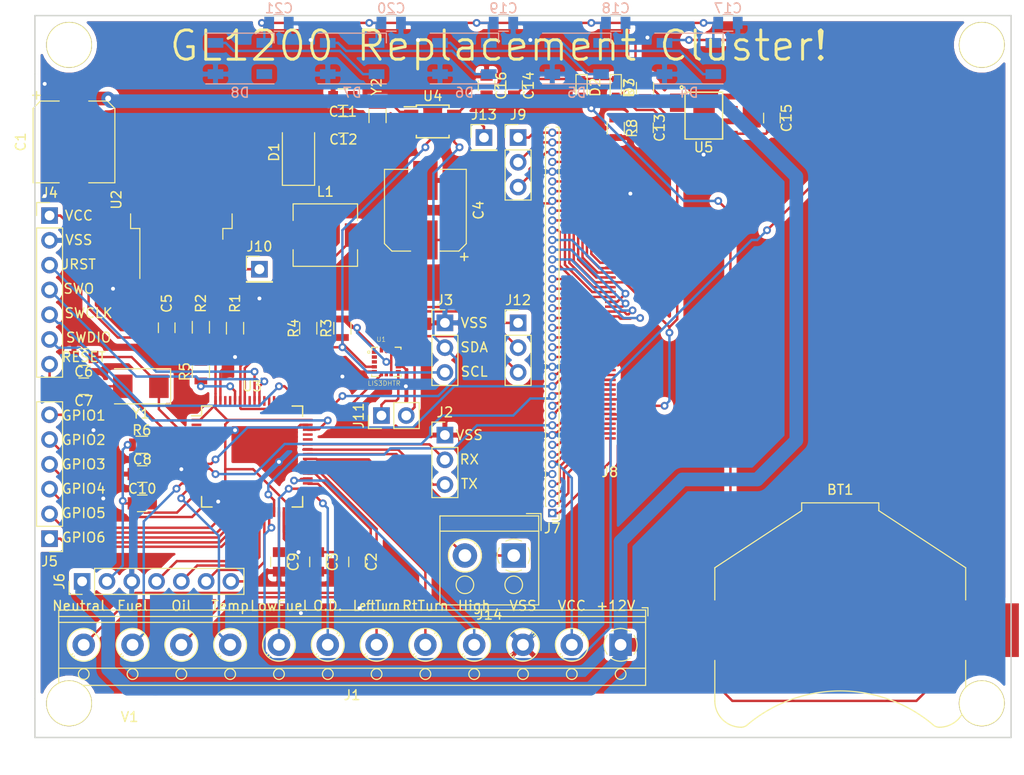
<source format=kicad_pcb>
(kicad_pcb (version 20171130) (host pcbnew 5.1.0)
  (layers (0 F.Cu signal) (31 B.Cu signal) (34 B.Paste user) (35 F.Paste user) (36 B.SilkS user) (37 F.SilkS user) (38 B.Mask user) (39 F.Mask user) (44 Edge.Cuts user))
  (net 0 "")
  (net 1 VSS)
  (net 2 +12V)
  (net 3 VCC)
  (net 4 "Net-(C5-Pad1)")
  (net 5 "Net-(C6-Pad1)")
  (net 6 "Net-(C7-Pad1)")
  (net 7 Reset)
  (net 8 "Net-(C9-Pad1)")
  (net 9 "Net-(C10-Pad2)")
  (net 10 HighBeam)
  (net 11 RightTurn)
  (net 12 LeftTurn)
  (net 13 OverDrive)
  (net 14 LowFuel)
  (net 15 Temp)
  (net 16 Oil)
  (net 17 Fuel)
  (net 18 Neutral)
  (net 19 TX)
  (net 20 RX)
  (net 21 SDA)
  (net 22 SCL)
  (net 23 JRST)
  (net 24 SWO)
  (net 25 SWCLK)
  (net 26 SWDIO)
  (net 27 GPIO6)
  (net 28 GPIO5)
  (net 29 GPIO4)
  (net 30 GPIO3)
  (net 31 GPIO2)
  (net 32 GPIO1)
  (net 33 "Net-(J7-Pad1)")
  (net 34 "Net-(J7-Pad2)")
  (net 35 "Net-(J7-Pad3)")
  (net 36 "Net-(J7-Pad4)")
  (net 37 "Net-(J7-Pad7)")
  (net 38 "Net-(J7-Pad8)")
  (net 39 SCK)
  (net 40 "Net-(J7-Pad11)")
  (net 41 "Net-(J7-Pad12)")
  (net 42 MOSI)
  (net 43 MISO)
  (net 44 "Net-(J7-Pad15)")
  (net 45 "Net-(J7-Pad17)")
  (net 46 "Net-(J7-Pad18)")
  (net 47 "Net-(J7-Pad19)")
  (net 48 "Net-(J7-Pad20)")
  (net 49 "Net-(J7-Pad21)")
  (net 50 "Net-(J7-Pad22)")
  (net 51 "Net-(J7-Pad23)")
  (net 52 "Net-(J7-Pad24)")
  (net 53 "Net-(J7-Pad25)")
  (net 54 "Net-(J7-Pad26)")
  (net 55 "Net-(J7-Pad27)")
  (net 56 "Net-(J7-Pad28)")
  (net 57 "Net-(J7-Pad29)")
  (net 58 "Net-(J7-Pad30)")
  (net 59 "Net-(J7-Pad31)")
  (net 60 "Net-(J7-Pad32)")
  (net 61 "Net-(J7-Pad34)")
  (net 62 "Net-(J7-Pad35)")
  (net 63 "Net-(J7-Pad37)")
  (net 64 "Net-(J7-Pad38)")
  (net 65 "Net-(J7-Pad39)")
  (net 66 "Net-(J7-Pad40)")
  (net 67 "Net-(J10-Pad1)")
  (net 68 "Net-(J11-Pad1)")
  (net 69 "Net-(J11-Pad2)")
  (net 70 "Net-(J12-Pad3)")
  (net 71 "Net-(J12-Pad2)")
  (net 72 "Net-(J12-Pad1)")
  (net 73 "Net-(D1-Pad1)")
  (net 74 "Net-(R5-Pad1)")
  (net 75 LightsOutAuxTwo)
  (net 76 LightsOutAux)
  (net 77 LightsOutBack)
  (net 78 LightsOutFront)
  (net 79 "Net-(U1-Pad7)")
  (net 80 "Net-(U3-Pad2)")
  (net 81 "Net-(U3-Pad3)")
  (net 82 "Net-(U3-Pad4)")
  (net 83 "Net-(U3-Pad44)")
  (net 84 "Net-(U3-Pad45)")
  (net 85 "Net-(U3-Pad50)")
  (net 86 "Net-(U3-Pad51)")
  (net 87 "Net-(U3-Pad52)")
  (net 88 "Net-(U3-Pad53)")
  (net 89 "Net-(U3-Pad54)")
  (net 90 "Net-(U3-Pad57)")
  (net 91 "Net-(U3-Pad61)")
  (net 92 "Net-(U3-Pad62)")
  (net 93 "Net-(U3-Pad8)")
  (net 94 "Net-(U3-Pad9)")
  (net 95 "Net-(C11-Pad1)")
  (net 96 "Net-(C12-Pad1)")
  (net 97 "Net-(C14-Pad2)")
  (net 98 "Net-(BT1-Pad1)")
  (net 99 "Net-(J13-Pad1)")
  (net 100 "Net-(R7-Pad2)")
  (net 101 LeftIN)
  (net 102 RightIN)
  (net 103 "Net-(C13-Pad1)")
  (net 104 "Net-(D4-Pad4)")
  (net 105 Neo)
  (net 106 "Net-(D5-Pad4)")
  (net 107 "Net-(D6-Pad4)")
  (net 108 "Net-(D7-Pad4)")
  (net 109 "Net-(D8-Pad4)")
  (net 110 "Net-(U4-Pad3)")
  (net 111 "Net-(U5-Pad6)")
  (net 112 "Net-(U5-Pad7)")
  (module NFCBuisness:W (layer F.Cu) (at 234.5 71.5)
    (fp_text reference Ref** hide)
    (fp_text value Val** hide)
    (fp_poly (pts (xy -1.630587 -2.420899) (xy -1.447524 -2.328559) (xy -1.311592 -2.194757) (xy -1.304211 -2.183555) (xy -1.265704 -2.11344) (xy -1.244213 -2.038839) (xy -1.23774 -1.938094) (xy -1.244287 -1.789546) (xy -1.255088 -1.651) (xy -1.268682 -1.442824) (xy -1.279873 -1.184894) (xy -1.287394 -0.912114) (xy -1.289962 -0.690936) (xy -1.289221 -0.458958) (xy -1.284387 -0.294975) (xy -1.273305 -0.182336) (xy -1.25382 -0.10439) (xy -1.223775 -0.044488) (xy -1.202268 -0.013603) (xy -1.116398 0.071274) (xy -1.002822 0.111004) (xy -0.929984 0.119227) (xy -0.68211 0.100096) (xy -0.454281 0.00289) (xy -0.240656 -0.175182) (xy -0.185776 -0.236175) (xy -0.081108 -0.349759) (xy 0.009066 -0.431822) (xy 0.066141 -0.465547) (xy 0.068112 -0.465666) (xy 0.123755 -0.432548) (xy 0.197182 -0.348904) (xy 0.229505 -0.301607) (xy 0.376869 -0.110873) (xy 0.526913 0.003226) (xy 0.674284 0.03902) (xy 0.813631 -0.005163) (xy 0.907971 -0.089777) (xy 0.988653 -0.198585) (xy 1.058934 -0.326542) (xy 1.126082 -0.490779) (xy 1.197364 -0.708426) (xy 1.255985 -0.910166) (xy 1.31545 -1.12099) (xy 1.377683 -1.340443) (xy 1.431333 -1.528529) (xy 1.442246 -1.566558) (xy 1.521416 -1.84195) (xy 1.949565 -2.005418) (xy 2.167567 -2.084028) (xy 2.315998 -2.126297) (xy 2.401001 -2.133773) (xy 2.422145 -2.124455) (xy 2.452677 -2.065526) (xy 2.41974 -2.005855) (xy 2.317286 -1.940366) (xy 2.13927 -1.863979) (xy 2.089887 -1.8454) (xy 1.930263 -1.78316) (xy 1.799296 -1.726134) (xy 1.71927 -1.684217) (xy 1.708527 -1.676067) (xy 1.680315 -1.619963) (xy 1.636526 -1.498254) (xy 1.582553 -1.327363) (xy 1.52379 -1.123712) (xy 1.507251 -1.063196) (xy 1.396737 -0.68139) (xy 1.290651 -0.376432) (xy 1.184846 -0.140938) (xy 1.075173 0.032475) (xy 0.957485 0.15119) (xy 0.827635 0.222591) (xy 0.776069 0.238398) (xy 0.602379 0.241191) (xy 0.418574 0.174646) (xy 0.246259 0.047924) (xy 0.192569 -0.009056) (xy 0.041511 -0.185533) (xy -0.128458 -0.008645) (xy -0.312966 0.157866) (xy -0.496288 0.260737) (xy -0.709082 0.314778) (xy -0.823587 0.327186) (xy -0.981029 0.333485) (xy -1.090094 0.317957) (xy -1.185756 0.27362) (xy -1.227666 0.246552) (xy -1.355913 0.118677) (xy -1.447302 -0.068507) (xy -1.502345 -0.318683) (xy -1.521551 -0.635539) (xy -1.505431 -1.022758) (xy -1.460818 -1.436924) (xy -1.432055 -1.688127) (xy -1.424811 -1.871541) (xy -1.442863 -2.002167) (xy -1.489991 -2.095003) (xy -1.569973 -2.165049) (xy -1.656298 -2.212878) (xy -1.801342 -2.257899) (xy -1.939703 -2.239415) (xy -2.087459 -2.15265) (xy -2.203421 -2.05035) (xy -2.298884 -1.96489) (xy -2.361491 -1.934189) (xy -2.413708 -1.94891) (xy -2.426473 -1.957639) (xy -2.473927 -2.002339) (xy -2.467648 -2.051331) (xy -2.429475 -2.110518) (xy -2.32004 -2.223928) (xy -2.167499 -2.330713) (xy -2.002595 -2.413218) (xy -1.856072 -2.453788) (xy -1.829026 -2.455333) (xy -1.630587 -2.420899)) (layer F.Cu) (width 0.01))
  )
  (module Connectors:1pin (layer F.Cu) (at 147.5 138)
    (fp_text reference REF**)
    (fp_text value 1pin)
    (pad 1 thru_hole circle (at 0 0) (size 4.7 4.7) (drill 4.5) (layers *.Cu *.Mask))
  )
  (module Connectors:1pin (layer F.Cu) (at 241 138)
    (fp_text reference REF**)
    (fp_text value 1pin)
    (pad 1 thru_hole circle (at 0 0) (size 4.7 4.7) (drill 4.5) (layers *.Cu *.Mask))
  )
  (module Connectors:1pin (layer F.Cu) (at 241 70.5)
    (fp_text reference REF**)
    (fp_text value 1pin)
    (pad 1 thru_hole circle (at 0 0) (size 4.7 4.7) (drill 4.5) (layers *.Cu *.Mask))
  )
  (module Connectors:1pin (layer F.Cu) (at 147.5 70.5)
    (fp_text reference REF**)
    (fp_text value 1pin)
    (pad 1 thru_hole circle (at 0 0) (size 4.7 4.7) (drill 4.5) (layers *.Cu *.Mask))
  )
  (module Capacitors_SMD:CP_Elec_8x10.5 (layer F.Cu) (at 148 80.45 270)
    (fp_text reference C1 (at 0 5.45 270) (layer F.SilkS))
    (fp_text value 100uF)
    (fp_text user + (at -4.78 3.91 270) (layer F.SilkS))
    (pad 2 smd rect (at 3.05 0 90) (size 4 2.5) (layers F.Cu F.Paste F.Mask) (net 1 VSS))
    (pad 1 smd rect (at -3.05 0 90) (size 4 2.5) (layers F.Cu F.Paste F.Mask) (net 2 +12V))
  )
  (module Capacitors_SMD:C_0805 (layer F.Cu) (at 177 123.5 270)
    (fp_text reference C2 (at 0 -1.5 270) (layer F.SilkS))
    (fp_text value 10uF)
    (pad 2 smd rect (at 1 0 270) (size 1 1.25) (layers F.Cu F.Paste F.Mask) (net 1 VSS))
    (pad 1 smd rect (at -1 0 270) (size 1 1.25) (layers F.Cu F.Paste F.Mask) (net 3 VCC))
  )
  (module Capacitors_SMD:C_0805 (layer F.Cu) (at 173 123.5 270)
    (fp_text reference C3 (at 0 -1.5 270) (layer F.SilkS))
    (fp_text value 100nF)
    (pad 1 smd rect (at -1 0 270) (size 1 1.25) (layers F.Cu F.Paste F.Mask) (net 3 VCC))
    (pad 2 smd rect (at 1 0 270) (size 1 1.25) (layers F.Cu F.Paste F.Mask) (net 1 VSS))
  )
  (module Capacitors_SMD:CP_Elec_8x10.5 (layer F.Cu) (at 184 87.45 90)
    (fp_text reference C4 (at 0 5.45 90) (layer F.SilkS))
    (fp_text value 220uF)
    (fp_text user + (at -4.78 3.91 90) (layer F.SilkS))
    (pad 1 smd rect (at -3.05 0 270) (size 4 2.5) (layers F.Cu F.Paste F.Mask) (net 3 VCC))
    (pad 2 smd rect (at 3.05 0 270) (size 4 2.5) (layers F.Cu F.Paste F.Mask) (net 1 VSS))
  )
  (module Capacitors_SMD:C_0805 (layer F.Cu) (at 157.5 99.5 270)
    (fp_text reference C5 (at -2.5 0 270) (layer F.SilkS))
    (fp_text value 15nF)
    (pad 2 smd rect (at 1 0 270) (size 1 1.25) (layers F.Cu F.Paste F.Mask) (net 3 VCC))
    (pad 1 smd rect (at -1 0 270) (size 1 1.25) (layers F.Cu F.Paste F.Mask) (net 4 "Net-(C5-Pad1)"))
  )
  (module Capacitors_SMD:C_0805 (layer F.Cu) (at 149 102.5 180)
    (fp_text reference C6 (at 0 -1.5 180) (layer F.SilkS))
    (fp_text value 20pF)
    (pad 1 smd rect (at -1 0 180) (size 1 1.25) (layers F.Cu F.Paste F.Mask) (net 5 "Net-(C6-Pad1)"))
    (pad 2 smd rect (at 1 0 180) (size 1 1.25) (layers F.Cu F.Paste F.Mask) (net 1 VSS))
  )
  (module Capacitors_SMD:C_0805 (layer F.Cu) (at 149 105.5 180)
    (fp_text reference C7 (at 0 -1.5 180) (layer F.SilkS))
    (fp_text value 20pF)
    (pad 2 smd rect (at 1 0 180) (size 1 1.25) (layers F.Cu F.Paste F.Mask) (net 1 VSS))
    (pad 1 smd rect (at -1 0 180) (size 1 1.25) (layers F.Cu F.Paste F.Mask) (net 6 "Net-(C7-Pad1)"))
  )
  (module Capacitors_SMD:C_0805 (layer F.Cu) (at 155 114.5 180)
    (fp_text reference C8 (at 0 1.5 180) (layer F.SilkS))
    (fp_text value 100nF)
    (pad 1 smd rect (at -1 0 180) (size 1 1.25) (layers F.Cu F.Paste F.Mask) (net 7 Reset))
    (pad 2 smd rect (at 1 0 180) (size 1 1.25) (layers F.Cu F.Paste F.Mask) (net 1 VSS))
  )
  (module Capacitors_SMD:C_0805 (layer F.Cu) (at 169 123.5 270)
    (fp_text reference C9 (at 0 -1.5 270) (layer F.SilkS))
    (fp_text value 4.7uF)
    (pad 2 smd rect (at 1 0 270) (size 1 1.25) (layers F.Cu F.Paste F.Mask) (net 1 VSS))
    (pad 1 smd rect (at -1 0 270) (size 1 1.25) (layers F.Cu F.Paste F.Mask) (net 8 "Net-(C9-Pad1)"))
  )
  (module Capacitors_SMD:C_0805 (layer F.Cu) (at 155 117.5)
    (fp_text reference C10 (at 0 -1.5) (layer F.SilkS))
    (fp_text value 100nF)
    (pad 1 smd rect (at -1 0) (size 1 1.25) (layers F.Cu F.Paste F.Mask) (net 3 VCC))
    (pad 2 smd rect (at 1 0) (size 1 1.25) (layers F.Cu F.Paste F.Mask) (net 9 "Net-(C10-Pad2)"))
  )
  (module TerminalBlock_RND:TerminalBlock_RND_205-00022_Pitch5.00mm (layer F.Cu) (at 204 132 180)
    (fp_text reference J1 (at 27.5 -5.16 180) (layer F.SilkS))
    (fp_text value FairingConnector)
    (pad 1 thru_hole rect (at 0 0 180) (size 2.3 2.3) (drill 1.2) (layers *.Cu *.Mask) (net 2 +12V))
    (pad 2 thru_hole circle (at 5 0 180) (size 2.3 2.3) (drill 1.2) (layers *.Cu *.Mask) (net 3 VCC))
    (pad 3 thru_hole circle (at 10 0 180) (size 2.3 2.3) (drill 1.2) (layers *.Cu *.Mask) (net 1 VSS))
    (pad 4 thru_hole circle (at 15 0 180) (size 2.3 2.3) (drill 1.2) (layers *.Cu *.Mask) (net 10 HighBeam))
    (pad 5 thru_hole circle (at 20 0 180) (size 2.3 2.3) (drill 1.2) (layers *.Cu *.Mask) (net 11 RightTurn))
    (pad 6 thru_hole circle (at 25 0 180) (size 2.3 2.3) (drill 1.2) (layers *.Cu *.Mask) (net 12 LeftTurn))
    (pad 7 thru_hole circle (at 30 0 180) (size 2.3 2.3) (drill 1.2) (layers *.Cu *.Mask) (net 13 OverDrive))
    (pad 8 thru_hole circle (at 35 0 180) (size 2.3 2.3) (drill 1.2) (layers *.Cu *.Mask) (net 14 LowFuel))
    (pad 9 thru_hole circle (at 40 0 180) (size 2.3 2.3) (drill 1.2) (layers *.Cu *.Mask) (net 15 Temp))
    (pad 10 thru_hole circle (at 45 0 180) (size 2.3 2.3) (drill 1.2) (layers *.Cu *.Mask) (net 16 Oil))
    (pad 11 thru_hole circle (at 50 0 180) (size 2.3 2.3) (drill 1.2) (layers *.Cu *.Mask) (net 17 Fuel))
    (pad 12 thru_hole circle (at 55 0 180) (size 2.3 2.3) (drill 1.2) (layers *.Cu *.Mask) (net 18 Neutral))
  )
  (module Pin_Headers:Pin_Header_Straight_1x03_Pitch2.54mm (layer F.Cu) (at 186 110.5)
    (fp_text reference J2 (at 0 -2.33) (layer F.SilkS))
    (fp_text value Serial)
    (pad 3 thru_hole oval (at 0 5.08) (size 1.7 1.7) (drill 1) (layers *.Cu *.Mask) (net 19 TX))
    (pad 2 thru_hole oval (at 0 2.54) (size 1.7 1.7) (drill 1) (layers *.Cu *.Mask) (net 20 RX))
    (pad 1 thru_hole rect (at 0 0) (size 1.7 1.7) (drill 1) (layers *.Cu *.Mask) (net 1 VSS))
  )
  (module Pin_Headers:Pin_Header_Straight_1x03_Pitch2.54mm (layer F.Cu) (at 186 99)
    (fp_text reference J3 (at 0 -2.33) (layer F.SilkS))
    (fp_text value i2c)
    (pad 1 thru_hole rect (at 0 0) (size 1.7 1.7) (drill 1) (layers *.Cu *.Mask) (net 1 VSS))
    (pad 2 thru_hole oval (at 0 2.54) (size 1.7 1.7) (drill 1) (layers *.Cu *.Mask) (net 21 SDA))
    (pad 3 thru_hole oval (at 0 5.08) (size 1.7 1.7) (drill 1) (layers *.Cu *.Mask) (net 22 SCL))
  )
  (module Pin_Headers:Pin_Header_Straight_1x07_Pitch2.54mm (layer F.Cu) (at 145.5 88)
    (fp_text reference J4 (at 0 -2.33) (layer F.SilkS))
    (fp_text value Programming)
    (pad 1 thru_hole rect (at 0 0) (size 1.7 1.7) (drill 1) (layers *.Cu *.Mask) (net 3 VCC))
    (pad 2 thru_hole oval (at 0 2.54) (size 1.7 1.7) (drill 1) (layers *.Cu *.Mask) (net 1 VSS))
    (pad 3 thru_hole oval (at 0 5.08) (size 1.7 1.7) (drill 1) (layers *.Cu *.Mask) (net 23 JRST))
    (pad 4 thru_hole oval (at 0 7.62) (size 1.7 1.7) (drill 1) (layers *.Cu *.Mask) (net 24 SWO))
    (pad 5 thru_hole oval (at 0 10.16) (size 1.7 1.7) (drill 1) (layers *.Cu *.Mask) (net 25 SWCLK))
    (pad 6 thru_hole oval (at 0 12.7) (size 1.7 1.7) (drill 1) (layers *.Cu *.Mask) (net 26 SWDIO))
    (pad 7 thru_hole oval (at 0 15.24) (size 1.7 1.7) (drill 1) (layers *.Cu *.Mask) (net 7 Reset))
  )
  (module Pin_Headers:Pin_Header_Straight_1x06_Pitch2.54mm (layer F.Cu) (at 145.5 121.12 180)
    (fp_text reference J5 (at 0 -2.33 180) (layer F.SilkS))
    (fp_text value GPIO)
    (pad 1 thru_hole rect (at 0 0 180) (size 1.7 1.7) (drill 1) (layers *.Cu *.Mask) (net 27 GPIO6))
    (pad 2 thru_hole oval (at 0 2.54 180) (size 1.7 1.7) (drill 1) (layers *.Cu *.Mask) (net 28 GPIO5))
    (pad 3 thru_hole oval (at 0 5.08 180) (size 1.7 1.7) (drill 1) (layers *.Cu *.Mask) (net 29 GPIO4))
    (pad 4 thru_hole oval (at 0 7.62 180) (size 1.7 1.7) (drill 1) (layers *.Cu *.Mask) (net 30 GPIO3))
    (pad 5 thru_hole oval (at 0 10.16 180) (size 1.7 1.7) (drill 1) (layers *.Cu *.Mask) (net 31 GPIO2))
    (pad 6 thru_hole oval (at 0 12.7 180) (size 1.7 1.7) (drill 1) (layers *.Cu *.Mask) (net 32 GPIO1))
  )
  (module Pin_Headers:Pin_Header_Straight_1x40_Pitch1.00mm (layer F.Cu) (at 197 118.5 180)
    (fp_text reference J7 (at 0 -1.56 180) (layer F.SilkS))
    (fp_text value Conn_01x40)
    (pad 1 thru_hole rect (at 0 0 180) (size 0.85 0.85) (drill 0.5) (layers *.Cu *.Mask) (net 33 "Net-(J7-Pad1)"))
    (pad 2 thru_hole oval (at 0 1 180) (size 0.85 0.85) (drill 0.5) (layers *.Cu *.Mask) (net 34 "Net-(J7-Pad2)"))
    (pad 3 thru_hole oval (at 0 2 180) (size 0.85 0.85) (drill 0.5) (layers *.Cu *.Mask) (net 35 "Net-(J7-Pad3)"))
    (pad 4 thru_hole oval (at 0 3 180) (size 0.85 0.85) (drill 0.5) (layers *.Cu *.Mask) (net 36 "Net-(J7-Pad4)"))
    (pad 5 thru_hole oval (at 0 4 180) (size 0.85 0.85) (drill 0.5) (layers *.Cu *.Mask) (net 1 VSS))
    (pad 6 thru_hole oval (at 0 5 180) (size 0.85 0.85) (drill 0.5) (layers *.Cu *.Mask) (net 3 VCC))
    (pad 7 thru_hole oval (at 0 6 180) (size 0.85 0.85) (drill 0.5) (layers *.Cu *.Mask) (net 37 "Net-(J7-Pad7)"))
    (pad 8 thru_hole oval (at 0 7 180) (size 0.85 0.85) (drill 0.5) (layers *.Cu *.Mask) (net 38 "Net-(J7-Pad8)"))
    (pad 9 thru_hole oval (at 0 8 180) (size 0.85 0.85) (drill 0.5) (layers *.Cu *.Mask) (net 1 VSS))
    (pad 10 thru_hole oval (at 0 9 180) (size 0.85 0.85) (drill 0.5) (layers *.Cu *.Mask) (net 39 SCK))
    (pad 11 thru_hole oval (at 0 10 180) (size 0.85 0.85) (drill 0.5) (layers *.Cu *.Mask) (net 40 "Net-(J7-Pad11)"))
    (pad 12 thru_hole oval (at 0 11 180) (size 0.85 0.85) (drill 0.5) (layers *.Cu *.Mask) (net 41 "Net-(J7-Pad12)"))
    (pad 13 thru_hole oval (at 0 12 180) (size 0.85 0.85) (drill 0.5) (layers *.Cu *.Mask) (net 42 MOSI))
    (pad 14 thru_hole oval (at 0 13 180) (size 0.85 0.85) (drill 0.5) (layers *.Cu *.Mask) (net 43 MISO))
    (pad 15 thru_hole oval (at 0 14 180) (size 0.85 0.85) (drill 0.5) (layers *.Cu *.Mask) (net 44 "Net-(J7-Pad15)"))
    (pad 16 thru_hole oval (at 0 15 180) (size 0.85 0.85) (drill 0.5) (layers *.Cu *.Mask) (net 1 VSS))
    (pad 17 thru_hole oval (at 0 16 180) (size 0.85 0.85) (drill 0.5) (layers *.Cu *.Mask) (net 45 "Net-(J7-Pad17)"))
    (pad 18 thru_hole oval (at 0 17 180) (size 0.85 0.85) (drill 0.5) (layers *.Cu *.Mask) (net 46 "Net-(J7-Pad18)"))
    (pad 19 thru_hole oval (at 0 18 180) (size 0.85 0.85) (drill 0.5) (layers *.Cu *.Mask) (net 47 "Net-(J7-Pad19)"))
    (pad 20 thru_hole oval (at 0 19 180) (size 0.85 0.85) (drill 0.5) (layers *.Cu *.Mask) (net 48 "Net-(J7-Pad20)"))
    (pad 21 thru_hole oval (at 0 20 180) (size 0.85 0.85) (drill 0.5) (layers *.Cu *.Mask) (net 49 "Net-(J7-Pad21)"))
    (pad 22 thru_hole oval (at 0 21 180) (size 0.85 0.85) (drill 0.5) (layers *.Cu *.Mask) (net 50 "Net-(J7-Pad22)"))
    (pad 23 thru_hole oval (at 0 22 180) (size 0.85 0.85) (drill 0.5) (layers *.Cu *.Mask) (net 51 "Net-(J7-Pad23)"))
    (pad 24 thru_hole oval (at 0 23 180) (size 0.85 0.85) (drill 0.5) (layers *.Cu *.Mask) (net 52 "Net-(J7-Pad24)"))
    (pad 25 thru_hole oval (at 0 24 180) (size 0.85 0.85) (drill 0.5) (layers *.Cu *.Mask) (net 53 "Net-(J7-Pad25)"))
    (pad 26 thru_hole oval (at 0 25 180) (size 0.85 0.85) (drill 0.5) (layers *.Cu *.Mask) (net 54 "Net-(J7-Pad26)"))
    (pad 27 thru_hole oval (at 0 26 180) (size 0.85 0.85) (drill 0.5) (layers *.Cu *.Mask) (net 55 "Net-(J7-Pad27)"))
    (pad 28 thru_hole oval (at 0 27 180) (size 0.85 0.85) (drill 0.5) (layers *.Cu *.Mask) (net 56 "Net-(J7-Pad28)"))
    (pad 29 thru_hole oval (at 0 28 180) (size 0.85 0.85) (drill 0.5) (layers *.Cu *.Mask) (net 57 "Net-(J7-Pad29)"))
    (pad 30 thru_hole oval (at 0 29 180) (size 0.85 0.85) (drill 0.5) (layers *.Cu *.Mask) (net 58 "Net-(J7-Pad30)"))
    (pad 31 thru_hole oval (at 0 30 180) (size 0.85 0.85) (drill 0.5) (layers *.Cu *.Mask) (net 59 "Net-(J7-Pad31)"))
    (pad 32 thru_hole oval (at 0 31 180) (size 0.85 0.85) (drill 0.5) (layers *.Cu *.Mask) (net 60 "Net-(J7-Pad32)"))
    (pad 33 thru_hole oval (at 0 32 180) (size 0.85 0.85) (drill 0.5) (layers *.Cu *.Mask) (net 3 VCC))
    (pad 34 thru_hole oval (at 0 33 180) (size 0.85 0.85) (drill 0.5) (layers *.Cu *.Mask) (net 61 "Net-(J7-Pad34)"))
    (pad 35 thru_hole oval (at 0 34 180) (size 0.85 0.85) (drill 0.5) (layers *.Cu *.Mask) (net 62 "Net-(J7-Pad35)"))
    (pad 36 thru_hole oval (at 0 35 180) (size 0.85 0.85) (drill 0.5) (layers *.Cu *.Mask) (net 1 VSS))
    (pad 37 thru_hole oval (at 0 36 180) (size 0.85 0.85) (drill 0.5) (layers *.Cu *.Mask) (net 63 "Net-(J7-Pad37)"))
    (pad 38 thru_hole oval (at 0 37 180) (size 0.85 0.85) (drill 0.5) (layers *.Cu *.Mask) (net 64 "Net-(J7-Pad38)"))
    (pad 39 thru_hole oval (at 0 38 180) (size 0.85 0.85) (drill 0.5) (layers *.Cu *.Mask) (net 65 "Net-(J7-Pad39)"))
    (pad 40 thru_hole oval (at 0 39 180) (size 0.85 0.85) (drill 0.5) (layers *.Cu *.Mask) (net 66 "Net-(J7-Pad40)"))
  )
  (module Connectors:XF2M (layer F.Cu) (at 203.5 101.1)
    (fp_text reference J8 (at -0.6 13.2) (layer F.SilkS))
    (fp_text value Conn_01x40)
    (pad 1 smd rect (at -0.55 9.74) (size 1.1 0.25) (layers F.Cu F.Paste F.Mask) (net 33 "Net-(J7-Pad1)"))
    (pad 2 smd rect (at -0.55 9.24) (size 1.1 0.25) (layers F.Cu F.Paste F.Mask) (net 34 "Net-(J7-Pad2)"))
    (pad 3 smd rect (at -0.55 8.74) (size 1.1 0.25) (layers F.Cu F.Paste F.Mask) (net 35 "Net-(J7-Pad3)"))
    (pad 4 smd rect (at -0.55 8.24) (size 1.1 0.25) (layers F.Cu F.Paste F.Mask) (net 36 "Net-(J7-Pad4)"))
    (pad 5 smd rect (at -0.55 7.74) (size 1.1 0.25) (layers F.Cu F.Paste F.Mask) (net 1 VSS))
    (pad 6 smd rect (at -0.55 7.24) (size 1.1 0.25) (layers F.Cu F.Paste F.Mask) (net 3 VCC))
    (pad 7 smd rect (at -0.55 6.74) (size 1.1 0.25) (layers F.Cu F.Paste F.Mask) (net 37 "Net-(J7-Pad7)"))
    (pad 8 smd rect (at -0.55 6.24) (size 1.1 0.25) (layers F.Cu F.Paste F.Mask) (net 38 "Net-(J7-Pad8)"))
    (pad 9 smd rect (at -0.55 5.74) (size 1.1 0.25) (layers F.Cu F.Paste F.Mask) (net 1 VSS))
    (pad 10 smd rect (at -0.55 5.24) (size 1.1 0.25) (layers F.Cu F.Paste F.Mask) (net 39 SCK))
    (pad 11 smd rect (at -0.55 4.74) (size 1.1 0.25) (layers F.Cu F.Paste F.Mask) (net 40 "Net-(J7-Pad11)"))
    (pad 12 smd rect (at -0.55 4.24) (size 1.1 0.25) (layers F.Cu F.Paste F.Mask) (net 41 "Net-(J7-Pad12)"))
    (pad 13 smd rect (at -0.55 3.74) (size 1.1 0.25) (layers F.Cu F.Paste F.Mask) (net 42 MOSI))
    (pad 14 smd rect (at -0.55 3.24) (size 1.1 0.25) (layers F.Cu F.Paste F.Mask) (net 43 MISO))
    (pad 15 smd rect (at -0.55 2.74) (size 1.1 0.25) (layers F.Cu F.Paste F.Mask) (net 44 "Net-(J7-Pad15)"))
    (pad 16 smd rect (at -0.55 2.24) (size 1.1 0.25) (layers F.Cu F.Paste F.Mask) (net 1 VSS))
    (pad 17 smd rect (at -0.55 1.74) (size 1.1 0.25) (layers F.Cu F.Paste F.Mask) (net 45 "Net-(J7-Pad17)"))
    (pad 18 smd rect (at -0.55 1.24) (size 1.1 0.25) (layers F.Cu F.Paste F.Mask) (net 46 "Net-(J7-Pad18)"))
    (pad 19 smd rect (at -0.55 0.74) (size 1.1 0.25) (layers F.Cu F.Paste F.Mask) (net 47 "Net-(J7-Pad19)"))
    (pad 20 smd rect (at -0.55 0.24) (size 1.1 0.25) (layers F.Cu F.Paste F.Mask) (net 48 "Net-(J7-Pad20)"))
    (pad 21 smd rect (at -0.55 -0.26) (size 1.1 0.25) (layers F.Cu F.Paste F.Mask) (net 49 "Net-(J7-Pad21)"))
    (pad 22 smd rect (at -0.55 -0.76) (size 1.1 0.25) (layers F.Cu F.Paste F.Mask) (net 50 "Net-(J7-Pad22)"))
    (pad 23 smd rect (at -0.55 -1.26) (size 1.1 0.25) (layers F.Cu F.Paste F.Mask) (net 51 "Net-(J7-Pad23)"))
    (pad 24 smd rect (at -0.55 -1.76) (size 1.1 0.25) (layers F.Cu F.Paste F.Mask) (net 52 "Net-(J7-Pad24)"))
    (pad 25 smd rect (at -0.55 -2.26) (size 1.1 0.25) (layers F.Cu F.Paste F.Mask) (net 53 "Net-(J7-Pad25)"))
    (pad 26 smd rect (at -0.55 -2.76) (size 1.1 0.25) (layers F.Cu F.Paste F.Mask) (net 54 "Net-(J7-Pad26)"))
    (pad 27 smd rect (at -0.55 -3.26) (size 1.1 0.25) (layers F.Cu F.Paste F.Mask) (net 55 "Net-(J7-Pad27)"))
    (pad 28 smd rect (at -0.55 -3.76) (size 1.1 0.25) (layers F.Cu F.Paste F.Mask) (net 56 "Net-(J7-Pad28)"))
    (pad 29 smd rect (at -0.55 -4.26) (size 1.1 0.25) (layers F.Cu F.Paste F.Mask) (net 57 "Net-(J7-Pad29)"))
    (pad 30 smd rect (at -0.55 -4.76) (size 1.1 0.25) (layers F.Cu F.Paste F.Mask) (net 58 "Net-(J7-Pad30)"))
    (pad 31 smd rect (at -0.55 -5.26) (size 1.1 0.25) (layers F.Cu F.Paste F.Mask) (net 59 "Net-(J7-Pad31)"))
    (pad 32 smd rect (at -0.55 -5.76) (size 1.1 0.25) (layers F.Cu F.Paste F.Mask) (net 60 "Net-(J7-Pad32)"))
    (pad 33 smd rect (at -0.55 -6.26) (size 1.1 0.25) (layers F.Cu F.Paste F.Mask) (net 3 VCC))
    (pad 34 smd rect (at -0.55 -6.76) (size 1.1 0.25) (layers F.Cu F.Paste F.Mask) (net 61 "Net-(J7-Pad34)"))
    (pad 35 smd rect (at -0.55 -7.26) (size 1.1 0.25) (layers F.Cu F.Paste F.Mask) (net 62 "Net-(J7-Pad35)"))
    (pad 36 smd rect (at -0.55 -7.76) (size 1.1 0.25) (layers F.Cu F.Paste F.Mask) (net 1 VSS))
    (pad 37 smd rect (at -0.55 -8.26) (size 1.1 0.25) (layers F.Cu F.Paste F.Mask) (net 63 "Net-(J7-Pad37)"))
    (pad 38 smd rect (at -0.55 -8.76) (size 1.1 0.25) (layers F.Cu F.Paste F.Mask) (net 64 "Net-(J7-Pad38)"))
    (pad 39 smd rect (at -0.55 -9.26) (size 1.1 0.25) (layers F.Cu F.Paste F.Mask) (net 65 "Net-(J7-Pad39)"))
    (pad 40 smd rect (at -0.55 -9.76) (size 1.1 0.25) (layers F.Cu F.Paste F.Mask) (net 66 "Net-(J7-Pad40)"))
    (pad 41 smd rect (at 3.35 11.4) (size 1.5 1.7) (layers F.Cu F.Paste F.Mask))
    (pad 42 smd rect (at 3.35 -11.4) (size 1.5 1.7) (layers F.Cu F.Paste F.Mask))
  )
  (module Pin_Headers:Pin_Header_Straight_1x03_Pitch2.54mm (layer F.Cu) (at 193.5 80)
    (fp_text reference J9 (at 0 -2.33) (layer F.SilkS))
    (fp_text value Conn_01x03)
    (pad 1 thru_hole rect (at 0 0) (size 1.7 1.7) (drill 1) (layers *.Cu *.Mask) (net 66 "Net-(J7-Pad40)"))
    (pad 2 thru_hole oval (at 0 2.54) (size 1.7 1.7) (drill 1) (layers *.Cu *.Mask) (net 65 "Net-(J7-Pad39)"))
    (pad 3 thru_hole oval (at 0 5.08) (size 1.7 1.7) (drill 1) (layers *.Cu *.Mask) (net 64 "Net-(J7-Pad38)"))
  )
  (module Pin_Headers:Pin_Header_Straight_1x01_Pitch2.54mm (layer F.Cu) (at 167 93.5)
    (fp_text reference J10 (at 0 -2.33) (layer F.SilkS))
    (fp_text value PowerReg)
    (pad 1 thru_hole rect (at 0 0) (size 1.7 1.7) (drill 1) (layers *.Cu *.Mask) (net 67 "Net-(J10-Pad1)"))
  )
  (module Pin_Headers:Pin_Header_Straight_1x02_Pitch2.54mm (layer F.Cu) (at 179.5 108.5 90)
    (fp_text reference J11 (at 0 -2.33 90) (layer F.SilkS))
    (fp_text value Conn_01x02)
    (pad 1 thru_hole rect (at 0 0 90) (size 1.7 1.7) (drill 1) (layers *.Cu *.Mask) (net 68 "Net-(J11-Pad1)"))
    (pad 2 thru_hole oval (at 0 2.54 90) (size 1.7 1.7) (drill 1) (layers *.Cu *.Mask) (net 69 "Net-(J11-Pad2)"))
  )
  (module Pin_Headers:Pin_Header_Straight_1x03_Pitch2.54mm (layer F.Cu) (at 193.5 99)
    (fp_text reference J12 (at 0 -2.33) (layer F.SilkS))
    (fp_text value Conn_01x03)
    (pad 3 thru_hole oval (at 0 5.08) (size 1.7 1.7) (drill 1) (layers *.Cu *.Mask) (net 70 "Net-(J12-Pad3)"))
    (pad 2 thru_hole oval (at 0 2.54) (size 1.7 1.7) (drill 1) (layers *.Cu *.Mask) (net 71 "Net-(J12-Pad2)"))
    (pad 1 thru_hole rect (at 0 0) (size 1.7 1.7) (drill 1) (layers *.Cu *.Mask) (net 72 "Net-(J12-Pad1)"))
  )
  (module Inductors_SMD:L_6.3x6.3_H3 (layer F.Cu) (at 173.75 90)
    (fp_text reference L1 (at 0 -4.45) (layer F.SilkS))
    (fp_text value 33uH)
    (pad 1 smd rect (at -2.75 0) (size 1.5 2.4) (layers F.Cu F.Paste F.Mask) (net 73 "Net-(D1-Pad1)"))
    (pad 2 smd rect (at 2.75 0) (size 1.5 2.4) (layers F.Cu F.Paste F.Mask) (net 3 VCC))
  )
  (module Resistors_SMD:R_0805 (layer F.Cu) (at 164.5 99.55 270)
    (fp_text reference R1 (at -2.55 0 270) (layer F.SilkS))
    (fp_text value 3.5k)
    (pad 2 smd rect (at 0.95 0 270) (size 0.7 1.3) (layers F.Cu F.Paste F.Mask) (net 3 VCC))
    (pad 1 smd rect (at -0.95 0 270) (size 0.7 1.3) (layers F.Cu F.Paste F.Mask) (net 4 "Net-(C5-Pad1)"))
  )
  (module Resistors_SMD:R_0805 (layer F.Cu) (at 161 99.45 90)
    (fp_text reference R2 (at 2.45 0 90) (layer F.SilkS))
    (fp_text value 2k)
    (pad 1 smd rect (at -0.95 0 90) (size 0.7 1.3) (layers F.Cu F.Paste F.Mask) (net 1 VSS))
    (pad 2 smd rect (at 0.95 0 90) (size 0.7 1.3) (layers F.Cu F.Paste F.Mask) (net 4 "Net-(C5-Pad1)"))
  )
  (module Resistors_SMD:R_0805 (layer F.Cu) (at 175.5 99.55 90)
    (fp_text reference R3 (at 0 -1.65 90) (layer F.SilkS))
    (fp_text value 10k)
    (pad 2 smd rect (at 0.95 0 90) (size 0.7 1.3) (layers F.Cu F.Paste F.Mask) (net 3 VCC))
    (pad 1 smd rect (at -0.95 0 90) (size 0.7 1.3) (layers F.Cu F.Paste F.Mask) (net 22 SCL))
  )
  (module Resistors_SMD:R_0805 (layer F.Cu) (at 172 99.55 270)
    (fp_text reference R4 (at 0 1.5 270) (layer F.SilkS))
    (fp_text value 10k)
    (pad 1 smd rect (at -0.95 0 270) (size 0.7 1.3) (layers F.Cu F.Paste F.Mask) (net 3 VCC))
    (pad 2 smd rect (at 0.95 0 270) (size 0.7 1.3) (layers F.Cu F.Paste F.Mask) (net 21 SDA))
  )
  (module Resistors_SMD:R_0805 (layer F.Cu) (at 161 104 90)
    (fp_text reference R5 (at 0 -1.65 90) (layer F.SilkS))
    (fp_text value 100k)
    (pad 1 smd rect (at -0.95 0 90) (size 0.7 1.3) (layers F.Cu F.Paste F.Mask) (net 74 "Net-(R5-Pad1)"))
    (pad 2 smd rect (at 0.95 0 90) (size 0.7 1.3) (layers F.Cu F.Paste F.Mask) (net 1 VSS))
  )
  (module Resistors_SMD:R_0805 (layer F.Cu) (at 154.95 111.5 180)
    (fp_text reference R6 (at 0 1.5 180) (layer F.SilkS))
    (fp_text value 100k)
    (pad 2 smd rect (at 0.95 0 180) (size 0.7 1.3) (layers F.Cu F.Paste F.Mask) (net 3 VCC))
    (pad 1 smd rect (at -0.95 0 180) (size 0.7 1.3) (layers F.Cu F.Paste F.Mask) (net 7 Reset))
  )
  (module Crystals:Crystal_SMD_5032-2pin_5.0x3.2mm (layer F.Cu) (at 154.85 105.5 180)
    (fp_text reference Y1 (at 0 -2.8 180) (layer F.SilkS))
    (fp_text value 8MHz)
    (pad 1 smd rect (at -1.85 0 180) (size 2 2.4) (layers F.Cu F.Paste F.Mask) (net 5 "Net-(C6-Pad1)"))
    (pad 2 smd rect (at 1.85 0 180) (size 2 2.4) (layers F.Cu F.Paste F.Mask) (net 6 "Net-(C7-Pad1)"))
  )
  (module Pin_Headers:Pin_Header_Straight_1x07_Pitch2.54mm (layer F.Cu) (at 148.84 125.5 90)
    (fp_text reference J6 (at 0 -2.33 90) (layer F.SilkS))
    (fp_text value Conn_01x07)
    (pad 1 thru_hole rect (at 0 0 90) (size 1.7 1.7) (drill 1) (layers *.Cu *.Mask) (net 2 +12V))
    (pad 2 thru_hole oval (at 0 2.54 90) (size 1.7 1.7) (drill 1) (layers *.Cu *.Mask) (net 3 VCC))
    (pad 3 thru_hole oval (at 0 5.08 90) (size 1.7 1.7) (drill 1) (layers *.Cu *.Mask) (net 1 VSS))
    (pad 4 thru_hole oval (at 0 7.62 90) (size 1.7 1.7) (drill 1) (layers *.Cu *.Mask) (net 75 LightsOutAuxTwo))
    (pad 5 thru_hole oval (at 0 10.16 90) (size 1.7 1.7) (drill 1) (layers *.Cu *.Mask) (net 76 LightsOutAux))
    (pad 6 thru_hole oval (at 0 12.7 90) (size 1.7 1.7) (drill 1) (layers *.Cu *.Mask) (net 77 LightsOutBack))
    (pad 7 thru_hole oval (at 0 15.24 90) (size 1.7 1.7) (drill 1) (layers *.Cu *.Mask) (net 78 LightsOutFront))
  )
  (module Diodes_SMD:D_SMA (layer F.Cu) (at 171 81.5 90)
    (fp_text reference D1 (at 0 -2.5 90) (layer F.SilkS))
    (fp_text value 1N5822)
    (pad 1 smd rect (at -2 0 90) (size 2.5 1.8) (layers F.Cu F.Paste F.Mask) (net 73 "Net-(D1-Pad1)"))
    (pad 2 smd rect (at 2 0 90) (size 2.5 1.8) (layers F.Cu F.Paste F.Mask) (net 1 VSS))
  )
  (module LIS3DHTR:LGA16R50P5X3_300X300X100N (layer F.Cu) (at 180 103)
    (fp_text reference U1 (at -0.531088 -2.30607) (layer F.SilkS) (effects (font (size 0.480265 0.480265) (thickness 0.05))))
    (fp_text value LIS3DHTR (at -0.226255 2.19771) (layer F.SilkS) (effects (font (size 0.48055 0.48055) (thickness 0.05))))
    (pad 6 smd rect (at -0.5 1.225 90) (size 0.52 0.35) (layers F.Cu F.Paste F.Mask) (net 21 SDA))
    (pad 7 smd rect (at 0 1.225 90) (size 0.52 0.35) (layers F.Cu F.Paste F.Mask) (net 79 "Net-(U1-Pad7)"))
    (pad 8 smd rect (at 0.5 1.225 90) (size 0.52 0.35) (layers F.Cu F.Paste F.Mask) (net 3 VCC))
    (pad 9 smd rect (at 1.225 1) (size 0.52 0.35) (layers F.Cu F.Paste F.Mask) (net 68 "Net-(J11-Pad1)"))
    (pad 10 smd rect (at 1.225 0.5) (size 0.52 0.35) (layers F.Cu F.Paste F.Mask) (net 1 VSS))
    (pad 11 smd rect (at 1.225 0) (size 0.52 0.35) (layers F.Cu F.Paste F.Mask) (net 69 "Net-(J11-Pad2)"))
    (pad 12 smd rect (at 1.225 -0.5) (size 0.52 0.35) (layers F.Cu F.Paste F.Mask) (net 1 VSS))
    (pad 13 smd rect (at 1.225 -1) (size 0.52 0.35) (layers F.Cu F.Paste F.Mask) (net 70 "Net-(J12-Pad3)"))
    (pad 14 smd rect (at 0.5 -1.225 90) (size 0.52 0.35) (layers F.Cu F.Paste F.Mask) (net 3 VCC))
    (pad 15 smd rect (at 0 -1.225 90) (size 0.52 0.35) (layers F.Cu F.Paste F.Mask) (net 71 "Net-(J12-Pad2)"))
    (pad 16 smd rect (at -0.5 -1.225 90) (size 0.52 0.35) (layers F.Cu F.Paste F.Mask) (net 72 "Net-(J12-Pad1)"))
    (pad 1 smd rect (at -1.225 -1 180) (size 0.52 0.35) (layers F.Cu F.Paste F.Mask) (net 3 VCC))
    (pad 2 smd rect (at -1.225 -0.5 180) (size 0.52 0.35) (layers F.Cu F.Paste F.Mask))
    (pad 3 smd rect (at -1.225 0 180) (size 0.52 0.35) (layers F.Cu F.Paste F.Mask))
    (pad 4 smd rect (at -1.225 0.5 180) (size 0.52 0.35) (layers F.Cu F.Paste F.Mask) (net 22 SCL))
    (pad 5 smd rect (at -1.225 1 180) (size 0.52 0.35) (layers F.Cu F.Paste F.Mask) (net 1 VSS))
  )
  (module TO_SOT_Packages_SMD:TO-263-5_TabPin3 (layer F.Cu) (at 159 86.375 90)
    (fp_text reference U2 (at 0 -6.65 90) (layer F.SilkS))
    (fp_text value LM2596S-ADJ)
    (pad 1 smd rect (at -5.775 -3.4 90) (size 4.6 1.1) (layers F.Cu F.Paste F.Mask) (net 2 +12V))
    (pad 2 smd rect (at -5.775 -1.7 90) (size 4.6 1.1) (layers F.Cu F.Paste F.Mask) (net 73 "Net-(D1-Pad1)"))
    (pad 3 smd rect (at -5.775 0 90) (size 4.6 1.1) (layers F.Cu F.Paste F.Mask) (net 1 VSS))
    (pad 4 smd rect (at -5.775 1.7 90) (size 4.6 1.1) (layers F.Cu F.Paste F.Mask) (net 4 "Net-(C5-Pad1)"))
    (pad 5 smd rect (at -5.775 3.4 90) (size 4.6 1.1) (layers F.Cu F.Paste F.Mask) (net 67 "Net-(J10-Pad1)"))
    (pad 3 smd rect (at 3.375 0 90) (size 9.4 10.8) (layers F.Cu F.Mask) (net 1 VSS))
    (pad 3 smd rect (at 5.8 2.775 90) (size 4.55 5.25) (layers F.Cu F.Paste) (net 1 VSS))
    (pad 3 smd rect (at 0.95 -2.775 90) (size 4.55 5.25) (layers F.Cu F.Paste) (net 1 VSS))
    (pad 3 smd rect (at 5.8 -2.775 90) (size 4.55 5.25) (layers F.Cu F.Paste) (net 1 VSS))
    (pad 3 smd rect (at 0.95 2.775 90) (size 4.55 5.25) (layers F.Cu F.Paste) (net 1 VSS))
  )
  (module Housings_QFP:LQFP-64_10x10mm_Pitch0.5mm (layer F.Cu) (at 166.25 112.7)
    (fp_text reference U3 (at 0 -7.2) (layer F.SilkS))
    (fp_text value STM32F411RETx)
    (pad 1 smd rect (at -5.7 -3.75) (size 1 0.25) (layers F.Cu F.Paste F.Mask) (net 3 VCC))
    (pad 2 smd rect (at -5.7 -3.25) (size 1 0.25) (layers F.Cu F.Paste F.Mask) (net 80 "Net-(U3-Pad2)"))
    (pad 3 smd rect (at -5.7 -2.75) (size 1 0.25) (layers F.Cu F.Paste F.Mask) (net 81 "Net-(U3-Pad3)"))
    (pad 4 smd rect (at -5.7 -2.25) (size 1 0.25) (layers F.Cu F.Paste F.Mask) (net 82 "Net-(U3-Pad4)"))
    (pad 5 smd rect (at -5.7 -1.75) (size 1 0.25) (layers F.Cu F.Paste F.Mask) (net 5 "Net-(C6-Pad1)"))
    (pad 6 smd rect (at -5.7 -1.25) (size 1 0.25) (layers F.Cu F.Paste F.Mask) (net 6 "Net-(C7-Pad1)"))
    (pad 7 smd rect (at -5.7 -0.75) (size 1 0.25) (layers F.Cu F.Paste F.Mask) (net 7 Reset))
    (pad 8 smd rect (at -5.7 -0.25) (size 1 0.25) (layers F.Cu F.Paste F.Mask) (net 93 "Net-(U3-Pad8)"))
    (pad 9 smd rect (at -5.7 0.25) (size 1 0.25) (layers F.Cu F.Paste F.Mask) (net 94 "Net-(U3-Pad9)"))
    (pad 10 smd rect (at -5.7 0.75) (size 1 0.25) (layers F.Cu F.Paste F.Mask) (net 43 MISO))
    (pad 11 smd rect (at -5.7 1.25) (size 1 0.25) (layers F.Cu F.Paste F.Mask) (net 42 MOSI))
    (pad 12 smd rect (at -5.7 1.75) (size 1 0.25) (layers F.Cu F.Paste F.Mask) (net 1 VSS))
    (pad 13 smd rect (at -5.7 2.25) (size 1 0.25) (layers F.Cu F.Paste F.Mask) (net 9 "Net-(C10-Pad2)"))
    (pad 14 smd rect (at -5.7 2.75) (size 1 0.25) (layers F.Cu F.Paste F.Mask) (net 17 Fuel))
    (pad 15 smd rect (at -5.7 3.25) (size 1 0.25) (layers F.Cu F.Paste F.Mask) (net 15 Temp))
    (pad 16 smd rect (at -5.7 3.75) (size 1 0.25) (layers F.Cu F.Paste F.Mask) (net 32 GPIO1))
    (pad 17 smd rect (at -3.75 5.7 90) (size 1 0.25) (layers F.Cu F.Paste F.Mask) (net 31 GPIO2))
    (pad 18 smd rect (at -3.25 5.7 90) (size 1 0.25) (layers F.Cu F.Paste F.Mask) (net 1 VSS))
    (pad 19 smd rect (at -2.75 5.7 90) (size 1 0.25) (layers F.Cu F.Paste F.Mask) (net 3 VCC))
    (pad 20 smd rect (at -2.25 5.7 90) (size 1 0.25) (layers F.Cu F.Paste F.Mask) (net 30 GPIO3))
    (pad 21 smd rect (at -1.75 5.7 90) (size 1 0.25) (layers F.Cu F.Paste F.Mask) (net 29 GPIO4))
    (pad 22 smd rect (at -1.25 5.7 90) (size 1 0.25) (layers F.Cu F.Paste F.Mask) (net 28 GPIO5))
    (pad 23 smd rect (at -0.75 5.7 90) (size 1 0.25) (layers F.Cu F.Paste F.Mask) (net 27 GPIO6))
    (pad 24 smd rect (at -0.25 5.7 90) (size 1 0.25) (layers F.Cu F.Paste F.Mask) (net 75 LightsOutAuxTwo))
    (pad 25 smd rect (at 0.25 5.7 90) (size 1 0.25) (layers F.Cu F.Paste F.Mask) (net 76 LightsOutAux))
    (pad 26 smd rect (at 0.75 5.7 90) (size 1 0.25) (layers F.Cu F.Paste F.Mask) (net 77 LightsOutBack))
    (pad 27 smd rect (at 1.25 5.7 90) (size 1 0.25) (layers F.Cu F.Paste F.Mask) (net 78 LightsOutFront))
    (pad 28 smd rect (at 1.75 5.7 90) (size 1 0.25) (layers F.Cu F.Paste F.Mask) (net 105 Neo))
    (pad 29 smd rect (at 2.25 5.7 90) (size 1 0.25) (layers F.Cu F.Paste F.Mask) (net 39 SCK))
    (pad 30 smd rect (at 2.75 5.7 90) (size 1 0.25) (layers F.Cu F.Paste F.Mask) (net 8 "Net-(C9-Pad1)"))
    (pad 31 smd rect (at 3.25 5.7 90) (size 1 0.25) (layers F.Cu F.Paste F.Mask) (net 1 VSS))
    (pad 32 smd rect (at 3.75 5.7 90) (size 1 0.25) (layers F.Cu F.Paste F.Mask) (net 3 VCC))
    (pad 33 smd rect (at 5.7 3.75) (size 1 0.25) (layers F.Cu F.Paste F.Mask) (net 13 OverDrive))
    (pad 34 smd rect (at 5.7 3.25) (size 1 0.25) (layers F.Cu F.Paste F.Mask) (net 14 LowFuel))
    (pad 35 smd rect (at 5.7 2.75) (size 1 0.25) (layers F.Cu F.Paste F.Mask) (net 18 Neutral))
    (pad 36 smd rect (at 5.7 2.25) (size 1 0.25) (layers F.Cu F.Paste F.Mask) (net 10 HighBeam))
    (pad 37 smd rect (at 5.7 1.75) (size 1 0.25) (layers F.Cu F.Paste F.Mask) (net 16 Oil))
    (pad 38 smd rect (at 5.7 1.25) (size 1 0.25) (layers F.Cu F.Paste F.Mask) (net 12 LeftTurn))
    (pad 39 smd rect (at 5.7 0.75) (size 1 0.25) (layers F.Cu F.Paste F.Mask) (net 11 RightTurn))
    (pad 40 smd rect (at 5.7 0.25) (size 1 0.25) (layers F.Cu F.Paste F.Mask) (net 101 LeftIN))
    (pad 41 smd rect (at 5.7 -0.25) (size 1 0.25) (layers F.Cu F.Paste F.Mask) (net 102 RightIN))
    (pad 42 smd rect (at 5.7 -0.75) (size 1 0.25) (layers F.Cu F.Paste F.Mask) (net 19 TX))
    (pad 43 smd rect (at 5.7 -1.25) (size 1 0.25) (layers F.Cu F.Paste F.Mask) (net 20 RX))
    (pad 44 smd rect (at 5.7 -1.75) (size 1 0.25) (layers F.Cu F.Paste F.Mask) (net 83 "Net-(U3-Pad44)"))
    (pad 45 smd rect (at 5.7 -2.25) (size 1 0.25) (layers F.Cu F.Paste F.Mask) (net 84 "Net-(U3-Pad45)"))
    (pad 46 smd rect (at 5.7 -2.75) (size 1 0.25) (layers F.Cu F.Paste F.Mask) (net 26 SWDIO))
    (pad 47 smd rect (at 5.7 -3.25) (size 1 0.25) (layers F.Cu F.Paste F.Mask) (net 1 VSS))
    (pad 48 smd rect (at 5.7 -3.75) (size 1 0.25) (layers F.Cu F.Paste F.Mask) (net 3 VCC))
    (pad 49 smd rect (at 3.75 -5.7 90) (size 1 0.25) (layers F.Cu F.Paste F.Mask) (net 25 SWCLK))
    (pad 50 smd rect (at 3.25 -5.7 90) (size 1 0.25) (layers F.Cu F.Paste F.Mask) (net 85 "Net-(U3-Pad50)"))
    (pad 51 smd rect (at 2.75 -5.7 90) (size 1 0.25) (layers F.Cu F.Paste F.Mask) (net 86 "Net-(U3-Pad51)"))
    (pad 52 smd rect (at 2.25 -5.7 90) (size 1 0.25) (layers F.Cu F.Paste F.Mask) (net 87 "Net-(U3-Pad52)"))
    (pad 53 smd rect (at 1.75 -5.7 90) (size 1 0.25) (layers F.Cu F.Paste F.Mask) (net 88 "Net-(U3-Pad53)"))
    (pad 54 smd rect (at 1.25 -5.7 90) (size 1 0.25) (layers F.Cu F.Paste F.Mask) (net 89 "Net-(U3-Pad54)"))
    (pad 55 smd rect (at 0.75 -5.7 90) (size 1 0.25) (layers F.Cu F.Paste F.Mask) (net 24 SWO))
    (pad 56 smd rect (at 0.25 -5.7 90) (size 1 0.25) (layers F.Cu F.Paste F.Mask) (net 23 JRST))
    (pad 57 smd rect (at -0.25 -5.7 90) (size 1 0.25) (layers F.Cu F.Paste F.Mask) (net 90 "Net-(U3-Pad57)"))
    (pad 58 smd rect (at -0.75 -5.7 90) (size 1 0.25) (layers F.Cu F.Paste F.Mask) (net 22 SCL))
    (pad 59 smd rect (at -1.25 -5.7 90) (size 1 0.25) (layers F.Cu F.Paste F.Mask) (net 21 SDA))
    (pad 60 smd rect (at -1.75 -5.7 90) (size 1 0.25) (layers F.Cu F.Paste F.Mask) (net 74 "Net-(R5-Pad1)"))
    (pad 61 smd rect (at -2.25 -5.7 90) (size 1 0.25) (layers F.Cu F.Paste F.Mask) (net 91 "Net-(U3-Pad61)"))
    (pad 62 smd rect (at -2.75 -5.7 90) (size 1 0.25) (layers F.Cu F.Paste F.Mask) (net 92 "Net-(U3-Pad62)"))
    (pad 63 smd rect (at -3.25 -5.7 90) (size 1 0.25) (layers F.Cu F.Paste F.Mask) (net 1 VSS))
    (pad 64 smd rect (at -3.75 -5.7 90) (size 1 0.25) (layers F.Cu F.Paste F.Mask) (net 3 VCC))
  )
  (module Capacitors_SMD:C_0805 (layer F.Cu) (at 175.55 75.85 180)
    (fp_text reference C11 (at 0 -1.5 180) (layer F.SilkS))
    (fp_text value 20pF)
    (pad 2 smd rect (at 1 0 180) (size 1 1.25) (layers F.Cu F.Paste F.Mask) (net 1 VSS))
    (pad 1 smd rect (at -1 0 180) (size 1 1.25) (layers F.Cu F.Paste F.Mask) (net 95 "Net-(C11-Pad1)"))
  )
  (module Capacitors_SMD:C_0805 (layer F.Cu) (at 175.6 78.7 180)
    (fp_text reference C12 (at 0 -1.5 180) (layer F.SilkS))
    (fp_text value 20pF)
    (pad 1 smd rect (at -1 0 180) (size 1 1.25) (layers F.Cu F.Paste F.Mask) (net 96 "Net-(C12-Pad1)"))
    (pad 2 smd rect (at 1 0 180) (size 1 1.25) (layers F.Cu F.Paste F.Mask) (net 1 VSS))
  )
  (module Capacitors_SMD:C_0805 (layer F.Cu) (at 206.5 79 270)
    (fp_text reference C13 (at 0 -1.5 270) (layer F.SilkS))
    (fp_text value 10uF)
    (pad 1 smd rect (at -1 0 270) (size 1 1.25) (layers F.Cu F.Paste F.Mask) (net 103 "Net-(C13-Pad1)"))
    (pad 2 smd rect (at 1 0 270) (size 1 1.25) (layers F.Cu F.Paste F.Mask) (net 3 VCC))
  )
  (module Capacitors_SMD:C_0805 (layer F.Cu) (at 193.089999 74.675001 270)
    (fp_text reference C14 (at 0 -1.5 270) (layer F.SilkS))
    (fp_text value 10uF)
    (pad 2 smd rect (at 1 0 270) (size 1 1.25) (layers F.Cu F.Paste F.Mask) (net 97 "Net-(C14-Pad2)"))
    (pad 1 smd rect (at -1 0 270) (size 1 1.25) (layers F.Cu F.Paste F.Mask) (net 1 VSS))
  )
  (module Capacitors_SMD:C_0805 (layer F.Cu) (at 219.5 78 270)
    (fp_text reference C15 (at 0 -1.5 270) (layer F.SilkS))
    (fp_text value 10uF)
    (pad 2 smd rect (at 1 0 270) (size 1 1.25) (layers F.Cu F.Paste F.Mask) (net 98 "Net-(BT1-Pad1)"))
    (pad 1 smd rect (at -1 0 270) (size 1 1.25) (layers F.Cu F.Paste F.Mask) (net 1 VSS))
  )
  (module Capacitors_SMD:C_0805 (layer F.Cu) (at 190.269999 74.675001 270)
    (fp_text reference C16 (at 0 -1.5 270) (layer F.SilkS))
    (fp_text value 0.1uF)
    (pad 1 smd rect (at -1 0 270) (size 1 1.25) (layers F.Cu F.Paste F.Mask) (net 1 VSS))
    (pad 2 smd rect (at 1 0 270) (size 1 1.25) (layers F.Cu F.Paste F.Mask) (net 97 "Net-(C14-Pad2)"))
  )
  (module Pin_Headers:Pin_Header_Straight_1x01_Pitch2.54mm (layer F.Cu) (at 190 80)
    (fp_text reference J13 (at 0 -2.33) (layer F.SilkS))
    (fp_text value ClkOUT)
    (pad 1 thru_hole rect (at 0 0) (size 1.7 1.7) (drill 1) (layers *.Cu *.Mask) (net 99 "Net-(J13-Pad1)"))
  )
  (module Resistors_SMD:R_0805 (layer F.Cu) (at 206.5 74.95 90)
    (fp_text reference R7 (at 0 -1.65 90) (layer F.SilkS))
    (fp_text value 1k)
    (pad 1 smd rect (at -0.95 0 90) (size 0.7 1.3) (layers F.Cu F.Paste F.Mask) (net 1 VSS))
    (pad 2 smd rect (at 0.95 0 90) (size 0.7 1.3) (layers F.Cu F.Paste F.Mask) (net 100 "Net-(R7-Pad2)"))
  )
  (module Battery_Holders:Keystone_3008_1x2450-CoinCell (layer F.Cu) (at 226.5 130.5)
    (fp_text reference BT1 (at 0 -14.4) (layer F.SilkS))
    (fp_text value Battery_Cell)
    (pad 1 smd rect (at -15.3 0) (size 6 5.5) (layers F.Cu F.Paste F.Mask) (net 98 "Net-(BT1-Pad1)"))
    (pad 1 smd rect (at 15.3 0) (size 6 5.5) (layers F.Cu F.Paste F.Mask) (net 98 "Net-(BT1-Pad1)"))
    (pad 2 smd rect (at 0 0) (size 8 8) (layers F.Cu F.Mask) (net 1 VSS))
  )
  (module Capacitors_SMD:C_0805 (layer B.Cu) (at 215 68.25 180)
    (fp_text reference C17 (at 0 1.5 180) (layer B.SilkS) (effects (justify mirror)))
    (fp_text value 100nF)
    (pad 1 smd rect (at -1 0 180) (size 1 1.25) (layers B.Cu B.Paste B.Mask) (net 1 VSS))
    (pad 2 smd rect (at 1 0 180) (size 1 1.25) (layers B.Cu B.Paste B.Mask) (net 3 VCC))
  )
  (module Capacitors_SMD:C_0805 (layer B.Cu) (at 203.5 68.25 180)
    (fp_text reference C18 (at 0 1.5 180) (layer B.SilkS) (effects (justify mirror)))
    (fp_text value 100nF)
    (pad 2 smd rect (at 1 0 180) (size 1 1.25) (layers B.Cu B.Paste B.Mask) (net 3 VCC))
    (pad 1 smd rect (at -1 0 180) (size 1 1.25) (layers B.Cu B.Paste B.Mask) (net 1 VSS))
  )
  (module Capacitors_SMD:C_0805 (layer B.Cu) (at 192 68.25 180)
    (fp_text reference C19 (at 0 1.5 180) (layer B.SilkS) (effects (justify mirror)))
    (fp_text value 100nF)
    (pad 1 smd rect (at -1 0 180) (size 1 1.25) (layers B.Cu B.Paste B.Mask) (net 1 VSS))
    (pad 2 smd rect (at 1 0 180) (size 1 1.25) (layers B.Cu B.Paste B.Mask) (net 3 VCC))
  )
  (module Capacitors_SMD:C_0805 (layer B.Cu) (at 180.5 68.25 180)
    (fp_text reference C20 (at 0 1.5 180) (layer B.SilkS) (effects (justify mirror)))
    (fp_text value 100nF)
    (pad 2 smd rect (at 1 0 180) (size 1 1.25) (layers B.Cu B.Paste B.Mask) (net 3 VCC))
    (pad 1 smd rect (at -1 0 180) (size 1 1.25) (layers B.Cu B.Paste B.Mask) (net 1 VSS))
  )
  (module Capacitors_SMD:C_0805 (layer B.Cu) (at 169 68.25 180)
    (fp_text reference C21 (at 0 1.5 180) (layer B.SilkS) (effects (justify mirror)))
    (fp_text value 100nF)
    (pad 1 smd rect (at -1 0 180) (size 1 1.25) (layers B.Cu B.Paste B.Mask) (net 1 VSS))
    (pad 2 smd rect (at 1 0 180) (size 1 1.25) (layers B.Cu B.Paste B.Mask) (net 3 VCC))
  )
  (module Diodes_SMD:D_0603 (layer F.Cu) (at 200 74.85 270)
    (fp_text reference D2 (at 0 -1.4 270) (layer F.SilkS))
    (fp_text value D_ALT)
    (pad 2 smd rect (at 0.85 0 270) (size 0.6 0.8) (layers F.Cu F.Paste F.Mask) (net 98 "Net-(BT1-Pad1)"))
    (pad 1 smd rect (at -0.85 0 270) (size 0.6 0.8) (layers F.Cu F.Paste F.Mask) (net 97 "Net-(C14-Pad2)"))
  )
  (module Diodes_SMD:D_0603 (layer F.Cu) (at 203.5 74.85 270)
    (fp_text reference D3 (at 0 -1.4 270) (layer F.SilkS))
    (fp_text value D_ALT)
    (pad 1 smd rect (at -0.85 0 270) (size 0.6 0.8) (layers F.Cu F.Paste F.Mask) (net 97 "Net-(C14-Pad2)"))
    (pad 2 smd rect (at 0.85 0 270) (size 0.6 0.8) (layers F.Cu F.Paste F.Mask) (net 3 VCC))
  )
  (module LEDs:LED_WS2812B-PLCC4 (layer B.Cu) (at 211 71.9)
    (fp_text reference D4 (at 0 3.5) (layer B.SilkS) (effects (justify mirror)))
    (fp_text value SK6812)
    (pad 3 smd rect (at 2.5 -1.6) (size 1.6 1) (layers B.Cu B.Paste B.Mask) (net 3 VCC))
    (pad 4 smd rect (at 2.5 1.6) (size 1.6 1) (layers B.Cu B.Paste B.Mask) (net 104 "Net-(D4-Pad4)"))
    (pad 2 smd rect (at -2.5 -1.6) (size 1.6 1) (layers B.Cu B.Paste B.Mask) (net 105 Neo))
    (pad 1 smd rect (at -2.5 1.6) (size 1.6 1) (layers B.Cu B.Paste B.Mask) (net 1 VSS))
  )
  (module LEDs:LED_WS2812B-PLCC4 (layer B.Cu) (at 199.5 71.9)
    (fp_text reference D5 (at 0 3.5) (layer B.SilkS) (effects (justify mirror)))
    (fp_text value SK6812)
    (pad 1 smd rect (at -2.5 1.6) (size 1.6 1) (layers B.Cu B.Paste B.Mask) (net 1 VSS))
    (pad 2 smd rect (at -2.5 -1.6) (size 1.6 1) (layers B.Cu B.Paste B.Mask) (net 104 "Net-(D4-Pad4)"))
    (pad 4 smd rect (at 2.5 1.6) (size 1.6 1) (layers B.Cu B.Paste B.Mask) (net 106 "Net-(D5-Pad4)"))
    (pad 3 smd rect (at 2.5 -1.6) (size 1.6 1) (layers B.Cu B.Paste B.Mask) (net 3 VCC))
  )
  (module LEDs:LED_WS2812B-PLCC4 (layer B.Cu) (at 188 71.9)
    (fp_text reference D6 (at 0 3.5) (layer B.SilkS) (effects (justify mirror)))
    (fp_text value SK6812)
    (pad 3 smd rect (at 2.5 -1.6) (size 1.6 1) (layers B.Cu B.Paste B.Mask) (net 3 VCC))
    (pad 4 smd rect (at 2.5 1.6) (size 1.6 1) (layers B.Cu B.Paste B.Mask) (net 107 "Net-(D6-Pad4)"))
    (pad 2 smd rect (at -2.5 -1.6) (size 1.6 1) (layers B.Cu B.Paste B.Mask) (net 106 "Net-(D5-Pad4)"))
    (pad 1 smd rect (at -2.5 1.6) (size 1.6 1) (layers B.Cu B.Paste B.Mask) (net 1 VSS))
  )
  (module LEDs:LED_WS2812B-PLCC4 (layer B.Cu) (at 176.5 71.9)
    (fp_text reference D7 (at 0 3.5) (layer B.SilkS) (effects (justify mirror)))
    (fp_text value SK6812)
    (pad 1 smd rect (at -2.5 1.6) (size 1.6 1) (layers B.Cu B.Paste B.Mask) (net 1 VSS))
    (pad 2 smd rect (at -2.5 -1.6) (size 1.6 1) (layers B.Cu B.Paste B.Mask) (net 107 "Net-(D6-Pad4)"))
    (pad 4 smd rect (at 2.5 1.6) (size 1.6 1) (layers B.Cu B.Paste B.Mask) (net 108 "Net-(D7-Pad4)"))
    (pad 3 smd rect (at 2.5 -1.6) (size 1.6 1) (layers B.Cu B.Paste B.Mask) (net 3 VCC))
  )
  (module LEDs:LED_WS2812B-PLCC4 (layer B.Cu) (at 165 71.9)
    (fp_text reference D8 (at 0 3.5) (layer B.SilkS) (effects (justify mirror)))
    (fp_text value SK6812)
    (pad 3 smd rect (at 2.5 -1.6) (size 1.6 1) (layers B.Cu B.Paste B.Mask) (net 3 VCC))
    (pad 4 smd rect (at 2.5 1.6) (size 1.6 1) (layers B.Cu B.Paste B.Mask) (net 109 "Net-(D8-Pad4)"))
    (pad 2 smd rect (at -2.5 -1.6) (size 1.6 1) (layers B.Cu B.Paste B.Mask) (net 108 "Net-(D7-Pad4)"))
    (pad 1 smd rect (at -2.5 1.6) (size 1.6 1) (layers B.Cu B.Paste B.Mask) (net 1 VSS))
  )
  (module TerminalBlock_RND:TerminalBlock_RND_205-00001_Pitch5.00mm (layer F.Cu) (at 193.05 122.85 180)
    (fp_text reference J14 (at 2.5 -6.06 180) (layer F.SilkS))
    (fp_text value Conn_01x02)
    (pad 1 thru_hole rect (at 0 0 180) (size 2.5 2.5) (drill 1.3) (layers *.Cu *.Mask) (net 102 RightIN))
    (pad 2 thru_hole circle (at 5 0 180) (size 2.5 2.5) (drill 1.3) (layers *.Cu *.Mask) (net 101 LeftIN))
  )
  (module Resistors_SMD:R_0805 (layer F.Cu) (at 203.5 79.05 270)
    (fp_text reference R8 (at 0 -1.65 270) (layer F.SilkS))
    (fp_text value 1.5)
    (pad 1 smd rect (at -0.95 0 270) (size 0.7 1.3) (layers F.Cu F.Paste F.Mask) (net 103 "Net-(C13-Pad1)"))
    (pad 2 smd rect (at 0.95 0 270) (size 0.7 1.3) (layers F.Cu F.Paste F.Mask) (net 1 VSS))
  )
  (module Housings_SSOP:MSOP-8_3x3mm_Pitch0.65mm (layer F.Cu) (at 184.75 78.35)
    (fp_text reference U4 (at 0 -2.6) (layer F.SilkS))
    (fp_text value AiP8563)
    (pad 1 smd rect (at -2.2 -0.975) (size 1.45 0.45) (layers F.Cu F.Paste F.Mask) (net 95 "Net-(C11-Pad1)"))
    (pad 2 smd rect (at -2.2 -0.325) (size 1.45 0.45) (layers F.Cu F.Paste F.Mask) (net 96 "Net-(C12-Pad1)"))
    (pad 3 smd rect (at -2.2 0.325) (size 1.45 0.45) (layers F.Cu F.Paste F.Mask) (net 110 "Net-(U4-Pad3)"))
    (pad 4 smd rect (at -2.2 0.975) (size 1.45 0.45) (layers F.Cu F.Paste F.Mask) (net 1 VSS))
    (pad 5 smd rect (at 2.2 0.975) (size 1.45 0.45) (layers F.Cu F.Paste F.Mask) (net 21 SDA))
    (pad 6 smd rect (at 2.2 0.325) (size 1.45 0.45) (layers F.Cu F.Paste F.Mask) (net 22 SCL))
    (pad 7 smd rect (at 2.2 -0.325) (size 1.45 0.45) (layers F.Cu F.Paste F.Mask) (net 99 "Net-(J13-Pad1)"))
    (pad 8 smd rect (at 2.2 -0.975) (size 1.45 0.45) (layers F.Cu F.Paste F.Mask) (net 97 "Net-(C14-Pad2)"))
  )
  (module Badge:HX4056 (layer F.Cu) (at 212.5 77.75)
    (fp_text reference U5 (at 0 3.25) (layer F.SilkS))
    (fp_text value badge-rescue_HX4056)
    (pad 1 smd rect (at -2.7 -1.95) (size 1.5 0.6) (layers F.Cu F.Paste F.Mask))
    (pad 2 smd rect (at -2.7 -0.68) (size 1.5 0.6) (layers F.Cu F.Paste F.Mask) (net 100 "Net-(R7-Pad2)"))
    (pad 3 smd rect (at -2.7 0.59) (size 1.5 0.6) (layers F.Cu F.Paste F.Mask) (net 1 VSS))
    (pad 4 smd rect (at -2.7 1.86) (size 1.5 0.6) (layers F.Cu F.Paste F.Mask) (net 3 VCC))
    (pad 6 smd rect (at 2.75 0.59) (size 1.5 0.6) (layers F.Cu F.Paste F.Mask) (net 111 "Net-(U5-Pad6)"))
    (pad 5 smd rect (at 2.75 1.86) (size 1.5 0.6) (layers F.Cu F.Paste F.Mask) (net 98 "Net-(BT1-Pad1)"))
    (pad 8 smd rect (at 2.75 -1.95) (size 1.5 0.6) (layers F.Cu F.Paste F.Mask))
    (pad 7 smd rect (at 2.75 -0.68) (size 1.5 0.6) (layers F.Cu F.Paste F.Mask) (net 112 "Net-(U5-Pad7)"))
    (pad 9 smd rect (at 0.05 0) (size 2.2 2.2) (layers F.Cu F.Paste F.Mask) (net 1 VSS))
  )
  (module Crystals:Crystal_SMD_3215-2pin_3.2x1.5mm (layer F.Cu) (at 179.1 77.8 90)
    (fp_text reference Y2 (at 3 -0.1 90) (layer F.SilkS))
    (fp_text value " 32.768kHz")
    (pad 1 smd rect (at 1.25 0 90) (size 1 1.8) (layers F.Cu F.Paste F.Mask) (net 95 "Net-(C11-Pad1)"))
    (pad 2 smd rect (at -1.25 0 90) (size 1 1.8) (layers F.Cu F.Paste F.Mask) (net 96 "Net-(C12-Pad1)"))
  )
  (gr_text V1 (at 153.7 139.4) (layer F.SilkS) (effects (font (size 1 1))))
  (gr_text "GL1200 Replacement Cluster!" (at 191.5 70.6) (layer F.SilkS) (effects (font (size 3 3) (thickness 0.3))))
  (gr_text VSS (at 189 99) (layer F.SilkS) (effects (font (size 1 1))))
  (gr_text SDA (at 189 101.5) (layer F.SilkS) (effects (font (size 1 1))))
  (gr_text "SCL\n" (at 189 104) (layer F.SilkS) (effects (font (size 1 1))))
  (gr_text VSS (at 188.5 110.5) (layer F.SilkS) (effects (font (size 1 1))))
  (gr_text RX (at 188.5 113) (layer F.SilkS) (effects (font (size 1 1))))
  (gr_text TX (at 188.5 115.5) (layer F.SilkS) (effects (font (size 1 1))))
  (gr_text "RESET\n" (at 149 102.5) (layer F.SilkS) (effects (font (size 1 1))))
  (gr_text "SWDIO\n" (at 149.5 100.5) (layer F.SilkS) (effects (font (size 1 1))))
  (gr_text SWCLK (at 149.5 98) (layer F.SilkS) (effects (font (size 1 1))))
  (gr_text "SWO\n" (at 148.5 95.5) (layer F.SilkS) (effects (font (size 1 1))))
  (gr_text JRST (at 148.5 93) (layer F.SilkS) (effects (font (size 1 1))))
  (gr_text VSS (at 148.5 90.5) (layer F.SilkS) (effects (font (size 1 1))))
  (gr_text VCC (at 148.5 88) (layer F.SilkS) (effects (font (size 1 1))))
  (gr_text "GPIO6\n" (at 149 121) (layer F.SilkS) (effects (font (size 1 1))))
  (gr_text "GPIO5\n" (at 149 118.5) (layer F.SilkS) (effects (font (size 1 1))))
  (gr_text GPIO4 (at 149 116) (layer F.SilkS) (effects (font (size 1 1))))
  (gr_text "GPIO3\n" (at 149 113.5) (layer F.SilkS) (effects (font (size 1 1))))
  (gr_text "GPIO2\n" (at 149 111) (layer F.SilkS) (effects (font (size 1 1))))
  (gr_text GPIO1 (at 149 108.5) (layer F.SilkS) (effects (font (size 1 1))))
  (gr_text "+12V\n" (at 203.5 128) (layer F.SilkS) (effects (font (size 1 1))))
  (gr_text "VCC\n" (at 199 128) (layer F.SilkS) (effects (font (size 1 1))))
  (gr_text VSS (at 194 128) (layer F.SilkS) (effects (font (size 1 1))))
  (gr_text "High\n" (at 189 128) (layer F.SilkS) (effects (font (size 1 1))))
  (gr_text "RtTurn\n" (at 184 128) (layer F.SilkS) (effects (font (size 1 1))))
  (gr_text LeftTurn (at 179 128) (layer F.SilkS) (effects (font (size 1 0.8))))
  (gr_text "O.D.\n" (at 174 128) (layer F.SilkS) (effects (font (size 1 1))))
  (gr_text "LowFuel\n" (at 169 128) (layer F.SilkS) (effects (font (size 1 1))))
  (gr_text Temp (at 164 128) (layer F.SilkS) (effects (font (size 1 1))))
  (gr_text Oil (at 159 128) (layer F.SilkS) (effects (font (size 1 1))))
  (gr_text Fuel (at 154 128) (layer F.SilkS) (effects (font (size 1 1))))
  (gr_text Neutral (at 148.5 128) (layer F.SilkS) (effects (font (size 1 1))))
  (gr_line (start 144 141.5) (end 144 137.5) (layer Edge.Cuts) (width 0.15))
  (gr_line (start 144 73.5) (end 144 67.5) (layer Edge.Cuts) (width 0.15))
  (gr_line (start 144 67.5) (end 244 67.5) (layer Edge.Cuts) (width 0.15))
  (gr_line (start 144 137.5) (end 144 73.5) (layer Edge.Cuts) (width 0.15))
  (gr_line (start 244 141.5) (end 144 141.5) (layer Edge.Cuts) (width 0.15))
  (gr_line (start 244 67.5) (end 244 141.5) (layer Edge.Cuts) (width 0.15))
  (segment (start 172.875 124.5) (end 173 124.5) (width 0.25) (layer F.Cu) (net 1))
  (segment (start 169.5 118.4) (end 169.5 121.125) (width 0.25) (layer F.Cu) (net 1))
  (segment (start 173 124.5) (end 177 124.5) (width 0.25) (layer F.Cu) (net 1))
  (segment (start 170 124.5) (end 171.4375 123.0625) (width 0.25) (layer F.Cu) (net 1))
  (segment (start 169 124.5) (end 170 124.5) (width 0.25) (layer F.Cu) (net 1))
  (segment (start 169.5 121.125) (end 171.4375 123.0625) (width 0.25) (layer F.Cu) (net 1))
  (segment (start 171.4375 123.0625) (end 172.875 124.5) (width 0.25) (layer F.Cu) (net 1))
  (segment (start 201.830767 93.389999) (end 202.900001 93.389999) (width 0.25) (layer F.Cu) (net 1))
  (segment (start 200.549991 92.109223) (end 201.830767 93.389999) (width 0.25) (layer F.Cu) (net 1))
  (segment (start 202.900001 93.389999) (end 202.95 93.34) (width 0.25) (layer F.Cu) (net 1))
  (segment (start 200.54999 84.04999) (end 200.549991 92.109223) (width 0.25) (layer F.Cu) (net 1))
  (segment (start 200 83.5) (end 200.54999 84.04999) (width 0.25) (layer F.Cu) (net 1))
  (segment (start 197 83.5) (end 200 83.5) (width 0.25) (layer F.Cu) (net 1))
  (segment (start 202.15 103.34) (end 202.95 103.34) (width 0.25) (layer F.Cu) (net 1))
  (segment (start 197.76104 103.34) (end 202.15 103.34) (width 0.25) (layer F.Cu) (net 1))
  (segment (start 197.60104 103.5) (end 197.76104 103.34) (width 0.25) (layer F.Cu) (net 1))
  (segment (start 197 103.5) (end 197.60104 103.5) (width 0.25) (layer F.Cu) (net 1))
  (segment (start 197.487449 110.250001) (end 198.518215 109.219235) (width 0.25) (layer F.Cu) (net 1))
  (segment (start 197 110.5) (end 197.249999 110.250001) (width 0.25) (layer F.Cu) (net 1))
  (segment (start 197.249999 110.250001) (end 197.487449 110.250001) (width 0.25) (layer F.Cu) (net 1))
  (segment (start 198.518215 109.219235) (end 198.518215 108.254605) (width 0.25) (layer F.Cu) (net 1))
  (segment (start 198.518215 108.254605) (end 199.98281 106.79001) (width 0.25) (layer F.Cu) (net 1))
  (segment (start 200.0328 106.84) (end 202.95 106.84) (width 0.25) (layer F.Cu) (net 1))
  (segment (start 199.98281 106.79001) (end 200.0328 106.84) (width 0.25) (layer F.Cu) (net 1))
  (segment (start 202.95 108.84) (end 204.16 108.84) (width 0.25) (layer F.Cu) (net 1))
  (segment (start 202.95 106.84) (end 204.16 106.84) (width 0.25) (layer F.Cu) (net 1))
  (segment (start 204.16 106.84) (end 204.5 106.5) (width 0.25) (layer F.Cu) (net 1))
  (segment (start 203.75 103.34) (end 204.09 103) (width 0.25) (layer F.Cu) (net 1))
  (segment (start 202.95 103.34) (end 203.75 103.34) (width 0.25) (layer F.Cu) (net 1))
  (segment (start 204.09 103) (end 205 103) (width 0.25) (layer F.Cu) (net 1))
  (segment (start 203.75 93.34) (end 204.09 93) (width 0.25) (layer F.Cu) (net 1))
  (segment (start 202.95 93.34) (end 203.75 93.34) (width 0.25) (layer F.Cu) (net 1))
  (segment (start 204.09 93) (end 205 93) (width 0.25) (layer F.Cu) (net 1))
  (segment (start 181.225 102.5) (end 183 102.5) (width 0.25) (layer F.Cu) (net 1))
  (via (at 150 110) (size 0.8) (drill 0.4) (layers F.Cu B.Cu) (net 1))
  (via (at 151 117) (size 0.8) (drill 0.4) (layers F.Cu B.Cu) (net 1))
  (segment (start 204.16 108.84) (end 204.34 108.84) (width 0.25) (layer F.Cu) (net 1))
  (segment (start 204.34 108.84) (end 204.5 109) (width 0.25) (layer F.Cu) (net 1))
  (segment (start 204.5 109) (end 204.5 109.5) (width 0.25) (layer F.Cu) (net 1))
  (segment (start 159 78.05) (end 159.5 77.55) (width 0.25) (layer F.Cu) (net 1))
  (segment (start 159 83) (end 159 78.05) (width 0.25) (layer F.Cu) (net 1))
  (segment (start 159.5 77.55) (end 161.45 77.55) (width 0.25) (layer F.Cu) (net 1))
  (segment (start 164.65 80.575) (end 166 79.225) (width 0.25) (layer F.Cu) (net 1))
  (segment (start 161.775 80.575) (end 164.65 80.575) (width 0.25) (layer F.Cu) (net 1))
  (segment (start 166 81.65) (end 164.65 83) (width 0.25) (layer F.Cu) (net 1))
  (segment (start 164.65 83) (end 159 83) (width 0.25) (layer F.Cu) (net 1))
  (segment (start 166 79.225) (end 166 81.65) (width 0.25) (layer F.Cu) (net 1))
  (segment (start 159 78.05) (end 158.45 77.5) (width 0.25) (layer F.Cu) (net 1))
  (segment (start 158.45 77.5) (end 153.5 77.5) (width 0.25) (layer F.Cu) (net 1))
  (via (at 145 74.5) (size 0.8) (drill 0.4) (layers F.Cu B.Cu) (net 1))
  (via (at 145 86) (size 0.8) (drill 0.4) (layers F.Cu B.Cu) (net 1))
  (via (at 152 95.5) (size 0.8) (drill 0.4) (layers F.Cu B.Cu) (net 1))
  (via (at 167 96.5) (size 0.8) (drill 0.4) (layers F.Cu B.Cu) (net 1))
  (via (at 162.775 117.319051) (size 0.8) (drill 0.4) (layers F.Cu B.Cu) (net 1))
  (segment (start 163 118.4) (end 163 117.544051) (width 0.25) (layer F.Cu) (net 1))
  (segment (start 163 117.544051) (end 162.775 117.319051) (width 0.25) (layer F.Cu) (net 1))
  (via (at 171 122.5) (size 0.8) (drill 0.4) (layers F.Cu B.Cu) (net 1))
  (via (at 182 105.5) (size 0.8) (drill 0.4) (layers F.Cu B.Cu) (net 1))
  (segment (start 182 103.765) (end 182 105.5) (width 0.25) (layer F.Cu) (net 1))
  (segment (start 181.225 103.5) (end 181.735 103.5) (width 0.25) (layer F.Cu) (net 1))
  (segment (start 181.735 103.5) (end 182 103.765) (width 0.25) (layer F.Cu) (net 1))
  (via (at 175.5 104.5) (size 0.8) (drill 0.4) (layers F.Cu B.Cu) (net 1))
  (segment (start 178.775 104) (end 176 104) (width 0.25) (layer F.Cu) (net 1))
  (segment (start 176 104) (end 175.5 104.5) (width 0.25) (layer F.Cu) (net 1))
  (via (at 169 113.25) (size 0.8) (drill 0.4) (layers F.Cu B.Cu) (net 1))
  (segment (start 169.012653 111.637347) (end 169.012653 113.012653) (width 0.25) (layer F.Cu) (net 1))
  (segment (start 171.95 109.45) (end 171.2 109.45) (width 0.25) (layer F.Cu) (net 1))
  (segment (start 171.2 109.45) (end 169.012653 111.637347) (width 0.25) (layer F.Cu) (net 1))
  (via (at 159 114) (size 0.8) (drill 0.4) (layers F.Cu B.Cu) (net 1))
  (segment (start 160.55 114.45) (end 159.45 114.45) (width 0.25) (layer F.Cu) (net 1))
  (segment (start 159.45 114.45) (end 159 114) (width 0.25) (layer F.Cu) (net 1))
  (segment (start 197 114.5) (end 195.5 114.5) (width 0.25) (layer F.Cu) (net 1))
  (via (at 164.5 102.5) (size 0.8) (drill 0.4) (layers F.Cu B.Cu) (net 1))
  (segment (start 163 107) (end 163 104) (width 0.25) (layer F.Cu) (net 1))
  (segment (start 163 104) (end 164.5 102.5) (width 0.25) (layer F.Cu) (net 1))
  (segment (start 211.96 78.34) (end 212.55 77.75) (width 0.25) (layer F.Cu) (net 1))
  (segment (start 209.8 78.34) (end 211.96 78.34) (width 0.25) (layer F.Cu) (net 1))
  (segment (start 209.35 78.34) (end 209.8 78.34) (width 0.25) (layer F.Cu) (net 1))
  (segment (start 206.91 75.9) (end 209.35 78.34) (width 0.25) (layer F.Cu) (net 1))
  (segment (start 206.5 75.9) (end 206.91 75.9) (width 0.25) (layer F.Cu) (net 1))
  (via (at 212.5 81.75) (size 0.8) (drill 0.4) (layers F.Cu B.Cu) (net 1))
  (via (at 205 85.75) (size 0.8) (drill 0.4) (layers F.Cu B.Cu) (net 1))
  (via (at 183.25 70) (size 0.8) (drill 0.4) (layers F.Cu B.Cu) (net 1))
  (via (at 172.25 70) (size 0.8) (drill 0.4) (layers F.Cu B.Cu) (net 1))
  (via (at 194.75 70) (size 0.8) (drill 0.4) (layers F.Cu B.Cu) (net 1))
  (via (at 206.75 69.75) (size 0.8) (drill 0.4) (layers F.Cu B.Cu) (net 1))
  (via (at 164.5 110) (size 0.8) (drill 0.4) (layers F.Cu B.Cu) (net 1))
  (segment (start 171 121.934315) (end 169.5 120.434315) (width 0.25) (layer F.Cu) (net 1))
  (segment (start 171 122.5) (end 171 121.934315) (width 0.25) (layer F.Cu) (net 1))
  (segment (start 169.5 120.434315) (end 169.5 120.25) (width 0.25) (layer F.Cu) (net 1))
  (segment (start 169.5 118.4) (end 169.5 120.25) (width 0.25) (layer F.Cu) (net 1))
  (segment (start 169.5 119.76141) (end 169.75 120.01141) (width 0.25) (layer F.Cu) (net 1))
  (segment (start 169.5 118.4) (end 169.5 119.76141) (width 0.25) (layer F.Cu) (net 1))
  (segment (start 169.75 120.01141) (end 169.75 120.25) (width 0.25) (layer F.Cu) (net 1))
  (segment (start 169.75 120.25) (end 170 120.5) (width 0.25) (layer F.Cu) (net 1))
  (via (at 177.25 128.25) (size 0.8) (drill 0.4) (layers F.Cu B.Cu) (net 1))
  (via (at 171.25 128.75) (size 0.8) (drill 0.4) (layers F.Cu B.Cu) (net 1))
  (segment (start 204 132) (end 205.4 132) (width 1.4) (layer F.Cu) (net 2))
  (segment (start 149.5 77.4) (end 148 77.4) (width 1.4) (layer F.Cu) (net 2))
  (segment (start 154.8 92.15) (end 152 89.35) (width 1.4) (layer F.Cu) (net 2))
  (segment (start 152 80) (end 150 78) (width 1.4) (layer F.Cu) (net 2))
  (segment (start 155.6 92.15) (end 154.8 92.15) (width 1.4) (layer F.Cu) (net 2))
  (segment (start 150 77.9) (end 149.5 77.4) (width 1.4) (layer F.Cu) (net 2))
  (segment (start 152 89.35) (end 152 80) (width 1.4) (layer F.Cu) (net 2))
  (segment (start 150 78) (end 150 77.9) (width 1.4) (layer F.Cu) (net 2))
  (segment (start 204 133.4) (end 200.9 136.5) (width 1.4) (layer B.Cu) (net 2))
  (segment (start 156.316998 136.5) (end 200.9 136.5) (width 1.4) (layer B.Cu) (net 2))
  (segment (start 204 132) (end 204 133.4) (width 1.4) (layer B.Cu) (net 2))
  (segment (start 204 132) (end 204 121.4) (width 1.4) (layer B.Cu) (net 2))
  (segment (start 151.5 76) (end 149.4 76) (width 1.4) (layer F.Cu) (net 2))
  (segment (start 149.4 76) (end 148 77.4) (width 1.4) (layer F.Cu) (net 2))
  (via (at 151.5 76) (size 1.2) (drill 0.6) (layers F.Cu B.Cu) (net 2))
  (segment (start 210.35 115.05) (end 218 115.05) (width 1.4) (layer B.Cu) (net 2))
  (segment (start 218 115.05) (end 222 111.05) (width 1.4) (layer B.Cu) (net 2))
  (segment (start 204 121.4) (end 210.35 115.05) (width 1.4) (layer B.Cu) (net 2))
  (segment (start 222 111.05) (end 222 84) (width 1.4) (layer B.Cu) (net 2))
  (segment (start 214.274999 76.274999) (end 151.774999 76.274999) (width 1.4) (layer B.Cu) (net 2))
  (segment (start 222 84) (end 214.274999 76.274999) (width 1.4) (layer B.Cu) (net 2))
  (segment (start 151.774999 76.274999) (end 151.5 76) (width 1.4) (layer B.Cu) (net 2))
  (segment (start 153.5 136.5) (end 156.316998 136.5) (width 1.4) (layer B.Cu) (net 2))
  (segment (start 148.84 125.5) (end 148.84 126.6) (width 1.4) (layer B.Cu) (net 2))
  (segment (start 150.25 128) (end 151.5 129.25) (width 1.4) (layer B.Cu) (net 2))
  (segment (start 150.24 128) (end 150.25 128) (width 1.4) (layer B.Cu) (net 2))
  (segment (start 148.84 126.6) (end 150.24 128) (width 1.4) (layer B.Cu) (net 2))
  (segment (start 151.5 129.25) (end 151.5 134.5) (width 1.4) (layer B.Cu) (net 2))
  (segment (start 151.5 134.5) (end 153.5 136.5) (width 1.4) (layer B.Cu) (net 2))
  (segment (start 183.5 90) (end 184 90.5) (width 0.25) (layer F.Cu) (net 3))
  (segment (start 176.5 90) (end 183.5 90) (width 0.25) (layer F.Cu) (net 3))
  (segment (start 176.5 90.45) (end 176.5 90) (width 0.25) (layer F.Cu) (net 3))
  (segment (start 164.5 100.5) (end 166.45 100.5) (width 0.25) (layer F.Cu) (net 3))
  (segment (start 158.375 100.5) (end 157.5 100.5) (width 0.25) (layer F.Cu) (net 3))
  (segment (start 159.150001 99.724999) (end 158.375 100.5) (width 0.25) (layer F.Cu) (net 3))
  (segment (start 163.424999 99.724999) (end 159.150001 99.724999) (width 0.25) (layer F.Cu) (net 3))
  (segment (start 164.2 100.5) (end 163.424999 99.724999) (width 0.25) (layer F.Cu) (net 3))
  (segment (start 164.5 100.5) (end 164.2 100.5) (width 0.25) (layer F.Cu) (net 3))
  (segment (start 162.5 106.25) (end 162.5 107) (width 0.25) (layer F.Cu) (net 3))
  (segment (start 162.5 103.1) (end 162.5 106.25) (width 0.25) (layer F.Cu) (net 3))
  (segment (start 164.5 101.1) (end 162.5 103.1) (width 0.25) (layer F.Cu) (net 3))
  (segment (start 164.5 100.5) (end 164.5 101.1) (width 0.25) (layer F.Cu) (net 3))
  (segment (start 160.925 108.95) (end 160.55 108.95) (width 0.25) (layer F.Cu) (net 3))
  (segment (start 162.5 107.375) (end 160.925 108.95) (width 0.25) (layer F.Cu) (net 3))
  (segment (start 162.5 107) (end 162.5 107.375) (width 0.25) (layer F.Cu) (net 3))
  (segment (start 171.2 108.95) (end 171.95 108.95) (width 0.25) (layer F.Cu) (net 3))
  (segment (start 162.5 107.75) (end 163.7 108.95) (width 0.25) (layer F.Cu) (net 3))
  (segment (start 162.5 107) (end 162.5 107.75) (width 0.25) (layer F.Cu) (net 3))
  (segment (start 163.95 108.95) (end 171.2 108.95) (width 0.25) (layer F.Cu) (net 3))
  (segment (start 163.95 108.95) (end 163.5 109.4) (width 0.25) (layer F.Cu) (net 3))
  (segment (start 163.7 108.95) (end 163.95 108.95) (width 0.25) (layer F.Cu) (net 3))
  (segment (start 170 117.65) (end 170 118.4) (width 0.25) (layer F.Cu) (net 3))
  (segment (start 166.35 114) (end 170 117.65) (width 0.25) (layer F.Cu) (net 3))
  (segment (start 163.5 114) (end 166.35 114) (width 0.25) (layer F.Cu) (net 3))
  (segment (start 163.5 109.4) (end 163.5 114) (width 0.25) (layer F.Cu) (net 3))
  (segment (start 172.875 122.5) (end 173 122.5) (width 0.25) (layer F.Cu) (net 3))
  (segment (start 170 119.625) (end 172.875 122.5) (width 0.25) (layer F.Cu) (net 3))
  (segment (start 170 118.4) (end 170 119.625) (width 0.25) (layer F.Cu) (net 3))
  (segment (start 173 122.5) (end 177 122.5) (width 0.25) (layer F.Cu) (net 3))
  (segment (start 175.8 98.6) (end 175.5 98.6) (width 0.25) (layer F.Cu) (net 3))
  (segment (start 178.775 101.575) (end 175.8 98.6) (width 0.25) (layer F.Cu) (net 3))
  (segment (start 178.775 102) (end 178.775 101.575) (width 0.25) (layer F.Cu) (net 3))
  (segment (start 168.6 98.6) (end 168.475 98.475) (width 0.25) (layer F.Cu) (net 3))
  (segment (start 172 98.6) (end 168.6 98.6) (width 0.25) (layer F.Cu) (net 3))
  (segment (start 166.45 100.5) (end 168.475 98.475) (width 0.25) (layer F.Cu) (net 3))
  (segment (start 168.475 98.475) (end 176.5 90.45) (width 0.25) (layer F.Cu) (net 3))
  (segment (start 172 98.6) (end 175.5 98.6) (width 0.25) (layer F.Cu) (net 3))
  (via (at 180 103) (size 0.8) (drill 0.4) (layers F.Cu B.Cu) (net 3))
  (segment (start 180.5 103) (end 180 103) (width 0.25) (layer F.Cu) (net 3))
  (segment (start 180.5 103) (end 180.5 104.225) (width 0.25) (layer F.Cu) (net 3))
  (segment (start 180.5 101.775) (end 180.5 103) (width 0.25) (layer F.Cu) (net 3))
  (via (at 177 99.5) (size 0.8) (drill 0.4) (layers F.Cu B.Cu) (net 3))
  (segment (start 180 103) (end 177 100) (width 0.25) (layer B.Cu) (net 3))
  (segment (start 177 100) (end 177 99.5) (width 0.25) (layer B.Cu) (net 3))
  (segment (start 176.4 99.5) (end 175.5 98.6) (width 0.25) (layer F.Cu) (net 3))
  (segment (start 177 99.5) (end 176.4 99.5) (width 0.25) (layer F.Cu) (net 3))
  (segment (start 202.95 94.84) (end 201.371541 94.84) (width 0.25) (layer F.Cu) (net 3))
  (segment (start 201.371541 94.84) (end 199.199963 92.668423) (width 0.25) (layer F.Cu) (net 3))
  (segment (start 199.199963 92.668423) (end 199.199963 86.699963) (width 0.25) (layer F.Cu) (net 3))
  (segment (start 199 86.5) (end 197 86.5) (width 0.25) (layer F.Cu) (net 3))
  (segment (start 199.199963 86.699963) (end 199 86.5) (width 0.25) (layer F.Cu) (net 3))
  (segment (start 197.487449 113.250001) (end 199.868245 110.869205) (width 0.25) (layer F.Cu) (net 3))
  (segment (start 197 113.5) (end 197.249999 113.250001) (width 0.25) (layer F.Cu) (net 3))
  (segment (start 197.249999 113.250001) (end 197.487449 113.250001) (width 0.25) (layer F.Cu) (net 3))
  (segment (start 199.868245 110.869205) (end 199.868245 108.904575) (width 0.25) (layer F.Cu) (net 3))
  (segment (start 199.868245 108.904575) (end 200.48281 108.29001) (width 0.25) (layer F.Cu) (net 3))
  (segment (start 200.5328 108.34) (end 202.95 108.34) (width 0.25) (layer F.Cu) (net 3))
  (segment (start 200.48281 108.29001) (end 200.5328 108.34) (width 0.25) (layer F.Cu) (net 3))
  (segment (start 185.5 90.5) (end 184 90.5) (width 0.25) (layer F.Cu) (net 3))
  (segment (start 189.250001 86.749999) (end 185.5 90.5) (width 0.25) (layer F.Cu) (net 3))
  (segment (start 196.750001 86.749999) (end 189.250001 86.749999) (width 0.25) (layer F.Cu) (net 3))
  (segment (start 197 86.5) (end 196.750001 86.749999) (width 0.25) (layer F.Cu) (net 3))
  (via (at 209 100) (size 0.8) (drill 0.4) (layers F.Cu B.Cu) (net 3))
  (segment (start 209 99.426998) (end 209 100) (width 0.25) (layer F.Cu) (net 3))
  (segment (start 202.95 94.84) (end 204.413002 94.84) (width 0.25) (layer F.Cu) (net 3))
  (via (at 208.5 107.5) (size 0.8) (drill 0.4) (layers F.Cu B.Cu) (net 3))
  (segment (start 209 100) (end 209 107) (width 0.25) (layer B.Cu) (net 3))
  (segment (start 209 107) (end 208.5 107.5) (width 0.25) (layer B.Cu) (net 3))
  (segment (start 204.86359 107.5) (end 203.9736 108.38999) (width 0.25) (layer F.Cu) (net 3))
  (segment (start 208.5 107.5) (end 204.86359 107.5) (width 0.25) (layer F.Cu) (net 3))
  (segment (start 203.9736 108.38999) (end 203 108.38999) (width 0.25) (layer F.Cu) (net 3))
  (segment (start 199 130.373655) (end 199 132) (width 0.25) (layer B.Cu) (net 3))
  (segment (start 199 114.89896) (end 199 130.373655) (width 0.25) (layer B.Cu) (net 3))
  (segment (start 197.60104 113.5) (end 199 114.89896) (width 0.25) (layer B.Cu) (net 3))
  (segment (start 197 113.5) (end 197.60104 113.5) (width 0.25) (layer B.Cu) (net 3))
  (segment (start 154 118.375) (end 154 117.5) (width 0.25) (layer F.Cu) (net 3))
  (segment (start 160.09999 118.90001) (end 154.52501 118.90001) (width 0.25) (layer F.Cu) (net 3))
  (segment (start 163.5 115.5) (end 160.09999 118.90001) (width 0.25) (layer F.Cu) (net 3))
  (segment (start 163.5 115.5) (end 163.5 118.4) (width 0.25) (layer F.Cu) (net 3))
  (segment (start 154.52501 118.90001) (end 154 118.375) (width 0.25) (layer F.Cu) (net 3))
  (segment (start 163.5 114) (end 163.5 115.5) (width 0.25) (layer F.Cu) (net 3))
  (segment (start 153.25 117.5) (end 153 117.25) (width 0.25) (layer F.Cu) (net 3))
  (segment (start 154 117.5) (end 153.25 117.5) (width 0.25) (layer F.Cu) (net 3))
  (via (at 153 117.25) (size 0.8) (drill 0.4) (layers F.Cu B.Cu) (net 3))
  (via (at 153.5 111.5) (size 0.8) (drill 0.4) (layers F.Cu B.Cu) (net 3))
  (segment (start 153 117.25) (end 153 112) (width 0.25) (layer B.Cu) (net 3))
  (segment (start 153 112) (end 153.5 111.5) (width 0.25) (layer B.Cu) (net 3))
  (segment (start 153.5 111.5) (end 154 111.5) (width 0.25) (layer F.Cu) (net 3))
  (segment (start 153 123.88) (end 151.38 125.5) (width 0.25) (layer B.Cu) (net 3))
  (segment (start 153 117.25) (end 153 123.88) (width 0.25) (layer B.Cu) (net 3))
  (segment (start 146.6 88) (end 145.5 88) (width 0.25) (layer F.Cu) (net 3))
  (segment (start 149.5 90.9) (end 146.6 88) (width 0.25) (layer F.Cu) (net 3))
  (segment (start 149.5 97.5) (end 149.5 90.9) (width 0.25) (layer F.Cu) (net 3))
  (segment (start 152.5 100.5) (end 149.5 97.5) (width 0.25) (layer F.Cu) (net 3))
  (segment (start 157.5 100.5) (end 152.5 100.5) (width 0.25) (layer F.Cu) (net 3))
  (segment (start 204.413002 94.84) (end 208.536501 98.963499) (width 0.25) (layer F.Cu) (net 3))
  (segment (start 208.536501 98.963499) (end 209 99.426998) (width 0.25) (layer F.Cu) (net 3))
  (segment (start 209.41 80) (end 209.8 79.61) (width 0.25) (layer F.Cu) (net 3))
  (segment (start 206.5 80) (end 209.41 80) (width 0.25) (layer F.Cu) (net 3))
  (segment (start 209.35 79.61) (end 209.8 79.61) (width 0.25) (layer F.Cu) (net 3))
  (segment (start 208.724999 78.984999) (end 209.35 79.61) (width 0.25) (layer F.Cu) (net 3))
  (segment (start 208.724999 78.514997) (end 208.724999 78.984999) (width 0.25) (layer F.Cu) (net 3))
  (segment (start 207.385001 77.174999) (end 208.724999 78.514997) (width 0.25) (layer F.Cu) (net 3))
  (segment (start 205.624999 77.174999) (end 207.385001 77.174999) (width 0.25) (layer F.Cu) (net 3))
  (segment (start 204.15 75.7) (end 205.624999 77.174999) (width 0.25) (layer F.Cu) (net 3))
  (segment (start 209.8 98.626998) (end 209 99.426998) (width 0.25) (layer F.Cu) (net 3))
  (segment (start 209.8 79.61) (end 209.8 98.626998) (width 0.25) (layer F.Cu) (net 3))
  (segment (start 167.5 68.5) (end 168 68) (width 0.25) (layer B.Cu) (net 3))
  (segment (start 167.5 70.3) (end 167.5 68.5) (width 0.25) (layer B.Cu) (net 3))
  (segment (start 179 68.5) (end 179.5 68) (width 0.25) (layer B.Cu) (net 3))
  (segment (start 179 70.3) (end 179 68.5) (width 0.25) (layer B.Cu) (net 3))
  (segment (start 190.5 68.5) (end 191 68) (width 0.25) (layer B.Cu) (net 3))
  (segment (start 190.5 70.3) (end 190.5 68.5) (width 0.25) (layer B.Cu) (net 3))
  (segment (start 202 68.5) (end 202.5 68) (width 0.25) (layer B.Cu) (net 3))
  (segment (start 202 70.3) (end 202 68.5) (width 0.25) (layer B.Cu) (net 3))
  (segment (start 213.5 68.5) (end 214 68) (width 0.25) (layer B.Cu) (net 3))
  (segment (start 213.5 70.3) (end 213.5 68.5) (width 0.25) (layer B.Cu) (net 3))
  (via (at 167.25 68.25) (size 0.8) (drill 0.4) (layers F.Cu B.Cu) (net 3))
  (segment (start 168 68.25) (end 167.25 68.25) (width 0.25) (layer B.Cu) (net 3))
  (via (at 178.25 68.25) (size 0.8) (drill 0.4) (layers F.Cu B.Cu) (net 3))
  (segment (start 167.25 68.25) (end 178.25 68.25) (width 0.25) (layer F.Cu) (net 3))
  (segment (start 178.25 68.25) (end 179.5 68.25) (width 0.25) (layer B.Cu) (net 3))
  (via (at 189.25 68.25) (size 0.8) (drill 0.4) (layers F.Cu B.Cu) (net 3))
  (segment (start 178.25 68.25) (end 189.25 68.25) (width 0.25) (layer F.Cu) (net 3))
  (segment (start 189.25 68.25) (end 191 68.25) (width 0.25) (layer B.Cu) (net 3))
  (via (at 201 68.25) (size 0.8) (drill 0.4) (layers F.Cu B.Cu) (net 3))
  (segment (start 189.25 68.25) (end 201 68.25) (width 0.25) (layer F.Cu) (net 3))
  (segment (start 201 68.25) (end 202.5 68.25) (width 0.25) (layer B.Cu) (net 3))
  (via (at 212.5 68.25) (size 0.8) (drill 0.4) (layers F.Cu B.Cu) (net 3))
  (segment (start 212.5 68.25) (end 214 68.25) (width 0.25) (layer B.Cu) (net 3))
  (segment (start 205.524999 74.125001) (end 203.95 75.7) (width 0.25) (layer F.Cu) (net 3))
  (segment (start 205.524999 69.225001) (end 205.524999 74.125001) (width 0.25) (layer F.Cu) (net 3))
  (segment (start 206.5 68.25) (end 205.524999 69.225001) (width 0.25) (layer F.Cu) (net 3))
  (segment (start 201 68.25) (end 206.5 68.25) (width 0.25) (layer F.Cu) (net 3))
  (segment (start 206.5 68.25) (end 212.5 68.25) (width 0.25) (layer F.Cu) (net 3))
  (segment (start 203.5 75.7) (end 203.95 75.7) (width 0.25) (layer F.Cu) (net 3))
  (segment (start 203.95 75.7) (end 204.15 75.7) (width 0.25) (layer F.Cu) (net 3))
  (segment (start 160.7 98.2) (end 161 98.5) (width 0.25) (layer F.Cu) (net 4))
  (segment (start 160.7 92.15) (end 160.7 98.2) (width 0.25) (layer F.Cu) (net 4))
  (segment (start 160.1 98.5) (end 157.5 98.5) (width 0.25) (layer F.Cu) (net 4))
  (segment (start 161 98.5) (end 160.1 98.5) (width 0.25) (layer F.Cu) (net 4))
  (segment (start 164.4 98.5) (end 164.5 98.6) (width 0.25) (layer F.Cu) (net 4))
  (segment (start 161 98.5) (end 164.4 98.5) (width 0.25) (layer F.Cu) (net 4))
  (segment (start 156.7 107.85) (end 159.85 111) (width 0.25) (layer F.Cu) (net 5))
  (segment (start 156.7 105.5) (end 156.7 107.85) (width 0.25) (layer F.Cu) (net 5))
  (segment (start 160.5 111) (end 160.55 110.95) (width 0.25) (layer F.Cu) (net 5))
  (segment (start 159.85 111) (end 160.5 111) (width 0.25) (layer F.Cu) (net 5))
  (segment (start 153.9 102.5) (end 156.7 105.3) (width 0.25) (layer F.Cu) (net 5))
  (segment (start 156.7 105.3) (end 156.7 105.5) (width 0.25) (layer F.Cu) (net 5))
  (segment (start 150.5 102.5) (end 153.9 102.5) (width 0.25) (layer F.Cu) (net 5))
  (segment (start 153 105.7) (end 153 105.5) (width 0.25) (layer F.Cu) (net 6))
  (segment (start 158.75 111.45) (end 153 105.7) (width 0.25) (layer F.Cu) (net 6))
  (segment (start 160.55 111.45) (end 158.75 111.45) (width 0.25) (layer F.Cu) (net 6))
  (segment (start 150.5 105.5) (end 153 105.5) (width 0.25) (layer F.Cu) (net 6))
  (segment (start 156.35 111.95) (end 155.9 111.5) (width 0.25) (layer F.Cu) (net 7))
  (segment (start 160.55 111.95) (end 156.35 111.95) (width 0.25) (layer F.Cu) (net 7))
  (segment (start 156 111.4) (end 155.9 111.5) (width 0.25) (layer F.Cu) (net 7))
  (segment (start 156 111.6) (end 155.9 111.5) (width 0.25) (layer F.Cu) (net 7))
  (segment (start 156 114.5) (end 156 111.6) (width 0.25) (layer F.Cu) (net 7))
  (segment (start 155.9 111.2) (end 155.9 111.5) (width 0.25) (layer F.Cu) (net 7))
  (segment (start 151.725001 107.025001) (end 155.9 111.2) (width 0.25) (layer F.Cu) (net 7))
  (segment (start 145.5 104.442081) (end 145.5 103.24) (width 0.25) (layer F.Cu) (net 7))
  (segment (start 145.5 104.710002) (end 145.5 104.442081) (width 0.25) (layer F.Cu) (net 7))
  (segment (start 147.814999 107.025001) (end 145.5 104.710002) (width 0.25) (layer F.Cu) (net 7))
  (segment (start 151.725001 107.025001) (end 147.814999 107.025001) (width 0.25) (layer F.Cu) (net 7))
  (segment (start 169 118.4) (end 169 122.5) (width 0.25) (layer F.Cu) (net 8))
  (segment (start 160.5 115) (end 160.55 114.95) (width 0.25) (layer F.Cu) (net 9))
  (segment (start 157.675 114.95) (end 160.55 114.95) (width 0.25) (layer F.Cu) (net 9))
  (segment (start 156 117.5) (end 156 116.625) (width 0.25) (layer F.Cu) (net 9))
  (segment (start 156 116.625) (end 157.675 114.95) (width 0.25) (layer F.Cu) (net 9))
  (via (at 170.547063 115.162906) (size 0.8) (drill 0.4) (layers F.Cu B.Cu) (net 10))
  (segment (start 173.789251 115.162906) (end 170.547063 115.162906) (width 0.25) (layer B.Cu) (net 10))
  (segment (start 189 132) (end 189 130.373655) (width 0.25) (layer B.Cu) (net 10))
  (segment (start 189 130.373655) (end 173.789251 115.162906) (width 0.25) (layer B.Cu) (net 10))
  (segment (start 171.112748 115.162906) (end 171.275654 115) (width 0.25) (layer F.Cu) (net 10))
  (segment (start 170.547063 115.162906) (end 171.112748 115.162906) (width 0.25) (layer F.Cu) (net 10))
  (segment (start 171.9 115) (end 171.95 114.95) (width 0.25) (layer F.Cu) (net 10))
  (segment (start 171.275654 115) (end 171.9 115) (width 0.25) (layer F.Cu) (net 10))
  (segment (start 172.7 113.45) (end 171.95 113.45) (width 0.25) (layer F.Cu) (net 11))
  (segment (start 172.97282 113.45) (end 172.7 113.45) (width 0.25) (layer F.Cu) (net 11))
  (segment (start 184 124.47718) (end 172.97282 113.45) (width 0.25) (layer F.Cu) (net 11))
  (segment (start 184 132) (end 184 124.47718) (width 0.25) (layer F.Cu) (net 11))
  (segment (start 172.7 113.95) (end 171.95 113.95) (width 0.25) (layer F.Cu) (net 12))
  (segment (start 179 120.11359) (end 172.83641 113.95) (width 0.25) (layer F.Cu) (net 12))
  (segment (start 172.83641 113.95) (end 172.7 113.95) (width 0.25) (layer F.Cu) (net 12))
  (segment (start 179 132) (end 179 120.11359) (width 0.25) (layer F.Cu) (net 12))
  (via (at 173.5 117.5) (size 0.8) (drill 0.4) (layers F.Cu B.Cu) (net 13))
  (segment (start 174 132) (end 174 118) (width 0.25) (layer B.Cu) (net 13))
  (segment (start 174 118) (end 173.5 117.5) (width 0.25) (layer B.Cu) (net 13))
  (segment (start 173.5 117.5) (end 172.5 116.5) (width 0.25) (layer F.Cu) (net 13))
  (segment (start 172.5 116.5) (end 172 116.5) (width 0.25) (layer F.Cu) (net 13))
  (via (at 170 116) (size 0.8) (drill 0.4) (layers F.Cu B.Cu) (net 14))
  (segment (start 169 132) (end 169 117) (width 0.25) (layer B.Cu) (net 14))
  (segment (start 169 117) (end 170 116) (width 0.25) (layer B.Cu) (net 14))
  (segment (start 171.9 116) (end 171.95 115.95) (width 0.25) (layer F.Cu) (net 14))
  (segment (start 170 116) (end 171.9 116) (width 0.25) (layer F.Cu) (net 14))
  (via (at 158.987347 116.987347) (size 0.8) (drill 0.4) (layers F.Cu B.Cu) (net 15))
  (segment (start 162.850001 120.850001) (end 158.987347 116.987347) (width 0.25) (layer B.Cu) (net 15))
  (segment (start 164 132) (end 162.850001 130.850001) (width 0.25) (layer B.Cu) (net 15))
  (segment (start 162.850001 130.850001) (end 162.850001 120.850001) (width 0.25) (layer B.Cu) (net 15))
  (segment (start 159.8 115.95) (end 160.55 115.95) (width 0.25) (layer F.Cu) (net 15))
  (segment (start 159 116.75) (end 159.8 115.95) (width 0.25) (layer F.Cu) (net 15))
  (segment (start 158.987347 116.987347) (end 159 116.974694) (width 0.25) (layer F.Cu) (net 15))
  (segment (start 159 116.974694) (end 159 116.75) (width 0.25) (layer F.Cu) (net 15))
  (segment (start 178.40001 120.15001) (end 172.7 114.45) (width 0.25) (layer F.Cu) (net 16))
  (segment (start 178.40001 125.446402) (end 178.40001 120.15001) (width 0.25) (layer F.Cu) (net 16))
  (segment (start 176.721402 127.12501) (end 178.40001 125.446402) (width 0.25) (layer F.Cu) (net 16))
  (segment (start 172.7 114.45) (end 171.95 114.45) (width 0.25) (layer F.Cu) (net 16))
  (segment (start 163.87499 127.12501) (end 176.721402 127.12501) (width 0.25) (layer F.Cu) (net 16))
  (segment (start 159 132) (end 163.87499 127.12501) (width 0.25) (layer F.Cu) (net 16))
  (via (at 158.5 116) (size 0.8) (drill 0.4) (layers F.Cu B.Cu) (net 17))
  (segment (start 155.149999 119.350001) (end 158.5 116) (width 0.25) (layer B.Cu) (net 17))
  (segment (start 154 132) (end 155.149999 130.850001) (width 0.25) (layer B.Cu) (net 17))
  (segment (start 155.149999 130.850001) (end 155.149999 119.350001) (width 0.25) (layer B.Cu) (net 17))
  (segment (start 159.05 115.45) (end 160.55 115.45) (width 0.25) (layer F.Cu) (net 17))
  (segment (start 158.5 116) (end 159.05 115.45) (width 0.25) (layer F.Cu) (net 17))
  (segment (start 177.950001 125.260001) (end 177.950001 120.450001) (width 0.25) (layer F.Cu) (net 18))
  (segment (start 176.535001 126.675001) (end 177.950001 125.260001) (width 0.25) (layer F.Cu) (net 18))
  (segment (start 149 132) (end 154.324999 126.675001) (width 0.25) (layer F.Cu) (net 18))
  (segment (start 154.324999 126.675001) (end 176.535001 126.675001) (width 0.25) (layer F.Cu) (net 18))
  (segment (start 177.950001 120.450001) (end 173 115.5) (width 0.25) (layer F.Cu) (net 18))
  (segment (start 173 115.5) (end 172 115.5) (width 0.25) (layer F.Cu) (net 18))
  (segment (start 184.797919 115.58) (end 181.217919 112) (width 0.25) (layer F.Cu) (net 19))
  (segment (start 186 115.58) (end 184.797919 115.58) (width 0.25) (layer F.Cu) (net 19))
  (segment (start 181.217919 112) (end 171.5 112) (width 0.25) (layer F.Cu) (net 19))
  (segment (start 184.41 111.45) (end 171.55 111.45) (width 0.25) (layer F.Cu) (net 20))
  (segment (start 186 113.04) (end 184.41 111.45) (width 0.25) (layer F.Cu) (net 20))
  (segment (start 171.55 111.45) (end 171.5 111.5) (width 0.25) (layer F.Cu) (net 20))
  (segment (start 179.5 104.225) (end 179.5 104.295002) (width 0.25) (layer F.Cu) (net 21))
  (segment (start 178.397501 105.397501) (end 175.970001 107.825001) (width 0.25) (layer F.Cu) (net 21))
  (segment (start 179.5 104.295002) (end 179.397501 104.397501) (width 0.25) (layer F.Cu) (net 21))
  (segment (start 179.397501 104.397501) (end 178.897501 104.897501) (width 0.25) (layer F.Cu) (net 21))
  (segment (start 178.897501 104.897501) (end 178.397501 105.397501) (width 0.25) (layer F.Cu) (net 21))
  (via (at 175.5 106.5) (size 0.8) (drill 0.4) (layers F.Cu B.Cu) (net 21))
  (segment (start 185.319002 106.5) (end 175.5 106.5) (width 0.25) (layer B.Cu) (net 21))
  (segment (start 187.175001 104.644001) (end 185.319002 106.5) (width 0.25) (layer B.Cu) (net 21))
  (segment (start 186 101.54) (end 187.175001 102.715001) (width 0.25) (layer B.Cu) (net 21))
  (segment (start 187.175001 102.715001) (end 187.175001 104.644001) (width 0.25) (layer B.Cu) (net 21))
  (segment (start 174.174999 107.825001) (end 173.825001 107.825001) (width 0.25) (layer F.Cu) (net 21))
  (segment (start 175.5 106.5) (end 174.174999 107.825001) (width 0.25) (layer F.Cu) (net 21))
  (segment (start 175.970001 107.825001) (end 173.825001 107.825001) (width 0.25) (layer F.Cu) (net 21))
  (segment (start 171.1 100.5) (end 172 100.5) (width 0.25) (layer F.Cu) (net 21))
  (segment (start 168 100.5) (end 171.1 100.5) (width 0.25) (layer F.Cu) (net 21))
  (segment (start 165.049991 107.759993) (end 165.049991 103.450009) (width 0.25) (layer F.Cu) (net 21))
  (segment (start 165.049991 103.450009) (end 168 100.5) (width 0.25) (layer F.Cu) (net 21))
  (segment (start 173.825001 107.825001) (end 165.114999 107.825001) (width 0.25) (layer F.Cu) (net 21))
  (segment (start 165.114999 107.825001) (end 165.049991 107.759993) (width 0.25) (layer F.Cu) (net 21))
  (via (at 187.5 81) (size 0.8) (drill 0.4) (layers F.Cu B.Cu) (net 21))
  (segment (start 186.95 79.325) (end 186.95 80.45) (width 0.25) (layer F.Cu) (net 21))
  (segment (start 186.95 80.45) (end 187.5 81) (width 0.25) (layer F.Cu) (net 21))
  (segment (start 185.150001 100.690001) (end 186 101.54) (width 0.25) (layer B.Cu) (net 21))
  (segment (start 184.824999 100.364999) (end 185.150001 100.690001) (width 0.25) (layer B.Cu) (net 21))
  (segment (start 184.824999 83.675001) (end 184.824999 100.364999) (width 0.25) (layer B.Cu) (net 21))
  (segment (start 187.5 81) (end 184.824999 83.675001) (width 0.25) (layer B.Cu) (net 21))
  (segment (start 175.5 101.1) (end 175.5 100.5) (width 0.25) (layer F.Cu) (net 22))
  (segment (start 177.9 103.5) (end 175.5 101.1) (width 0.25) (layer F.Cu) (net 22))
  (segment (start 178.775 103.5) (end 177.9 103.5) (width 0.25) (layer F.Cu) (net 22))
  (via (at 175.5 101.5) (size 0.8) (drill 0.4) (layers F.Cu B.Cu) (net 22))
  (segment (start 186 104.08) (end 178.08 104.08) (width 0.25) (layer B.Cu) (net 22))
  (segment (start 178.08 104.08) (end 175.5 101.5) (width 0.25) (layer B.Cu) (net 22))
  (segment (start 175.5 101.5) (end 175.5 100.5) (width 0.25) (layer F.Cu) (net 22))
  (segment (start 167.63641 101.5) (end 175.5 101.5) (width 0.25) (layer F.Cu) (net 22))
  (segment (start 165.5 107) (end 165.5 103.63641) (width 0.25) (layer F.Cu) (net 22))
  (segment (start 165.5 103.63641) (end 167.63641 101.5) (width 0.25) (layer F.Cu) (net 22))
  (segment (start 186.064998 78.675) (end 184 80.739998) (width 0.25) (layer F.Cu) (net 22))
  (segment (start 186.95 78.675) (end 186.064998 78.675) (width 0.25) (layer F.Cu) (net 22))
  (via (at 184 81) (size 0.8) (drill 0.4) (layers F.Cu B.Cu) (net 22))
  (segment (start 184 80.739998) (end 184 81) (width 0.25) (layer F.Cu) (net 22))
  (segment (start 175.5 89.5) (end 175.5 101.5) (width 0.25) (layer B.Cu) (net 22))
  (segment (start 184 81) (end 175.5 89.5) (width 0.25) (layer B.Cu) (net 22))
  (via (at 166.5 104) (size 0.8) (drill 0.4) (layers F.Cu B.Cu) (net 23))
  (segment (start 166.5 104) (end 166.5 107) (width 0.25) (layer F.Cu) (net 23))
  (segment (start 156.42 104) (end 145.5 93.08) (width 0.25) (layer B.Cu) (net 23))
  (segment (start 166.5 104) (end 156.42 104) (width 0.25) (layer B.Cu) (net 23))
  (via (at 167.5 105) (size 0.8) (drill 0.4) (layers F.Cu B.Cu) (net 24))
  (segment (start 167.225001 104.725001) (end 167.5 105) (width 0.25) (layer B.Cu) (net 24))
  (segment (start 167 105.5) (end 167 107) (width 0.25) (layer F.Cu) (net 24))
  (segment (start 167.5 105) (end 167 105.5) (width 0.25) (layer F.Cu) (net 24))
  (segment (start 145.5 95.62) (end 154.38 104.5) (width 0.25) (layer B.Cu) (net 24))
  (segment (start 166.934315 105) (end 167.5 105) (width 0.25) (layer B.Cu) (net 24))
  (segment (start 166.709314 104.774999) (end 166.934315 105) (width 0.25) (layer B.Cu) (net 24))
  (segment (start 160.774999 104.774999) (end 166.709314 104.774999) (width 0.25) (layer B.Cu) (net 24))
  (segment (start 160.5 104.5) (end 160.774999 104.774999) (width 0.25) (layer B.Cu) (net 24))
  (segment (start 154.38 104.5) (end 160.5 104.5) (width 0.25) (layer B.Cu) (net 24))
  (via (at 169 105.5) (size 0.8) (drill 0.4) (layers F.Cu B.Cu) (net 25))
  (segment (start 170 106.25) (end 170 107) (width 0.25) (layer F.Cu) (net 25))
  (segment (start 170 105.934315) (end 170 106.25) (width 0.25) (layer F.Cu) (net 25))
  (segment (start 169.565685 105.5) (end 170 105.934315) (width 0.25) (layer F.Cu) (net 25))
  (segment (start 169 105.5) (end 169.565685 105.5) (width 0.25) (layer F.Cu) (net 25))
  (segment (start 167 107.5) (end 168.274999 106.225001) (width 0.25) (layer B.Cu) (net 25))
  (segment (start 155.13641 107.5) (end 167 107.5) (width 0.25) (layer B.Cu) (net 25))
  (segment (start 146.646409 99.009999) (end 155.13641 107.5) (width 0.25) (layer B.Cu) (net 25))
  (segment (start 168.274999 106.225001) (end 169 105.5) (width 0.25) (layer B.Cu) (net 25))
  (segment (start 145.5 98.16) (end 146.349999 99.009999) (width 0.25) (layer B.Cu) (net 25))
  (segment (start 146.349999 99.009999) (end 146.646409 99.009999) (width 0.25) (layer B.Cu) (net 25))
  (via (at 174 109) (size 0.8) (drill 0.4) (layers F.Cu B.Cu) (net 26))
  (segment (start 174 109) (end 173.099999 109.900001) (width 0.25) (layer F.Cu) (net 26))
  (segment (start 172.749999 109.900001) (end 172.900001 109.900001) (width 0.25) (layer F.Cu) (net 26))
  (segment (start 171.95 109.95) (end 172.7 109.95) (width 0.25) (layer F.Cu) (net 26))
  (segment (start 173.099999 109.900001) (end 172.900001 109.900001) (width 0.25) (layer F.Cu) (net 26))
  (segment (start 172.7 109.95) (end 172.749999 109.900001) (width 0.25) (layer F.Cu) (net 26))
  (segment (start 172.900001 109.900001) (end 172.710001 109.900001) (width 0.25) (layer F.Cu) (net 26))
  (segment (start 146.349999 101.549999) (end 148.549999 101.549999) (width 0.25) (layer B.Cu) (net 26))
  (segment (start 145.5 100.7) (end 146.349999 101.549999) (width 0.25) (layer B.Cu) (net 26))
  (segment (start 148.549999 101.549999) (end 156 109) (width 0.25) (layer B.Cu) (net 26))
  (segment (start 156 109) (end 174 109) (width 0.25) (layer B.Cu) (net 26))
  (segment (start 147.430009 121.950009) (end 146.6 121.12) (width 0.25) (layer F.Cu) (net 27))
  (segment (start 146.6 121.12) (end 145.5 121.12) (width 0.25) (layer F.Cu) (net 27))
  (segment (start 163.109221 121.950009) (end 147.430009 121.950009) (width 0.25) (layer F.Cu) (net 27))
  (segment (start 165.5 119.55923) (end 163.109221 121.950009) (width 0.25) (layer F.Cu) (net 27))
  (segment (start 165.5 118.4) (end 165.5 119.55923) (width 0.25) (layer F.Cu) (net 27))
  (segment (start 162.92282 121.5) (end 148.42 121.5) (width 0.25) (layer F.Cu) (net 28))
  (segment (start 165 118.4) (end 165 119.42282) (width 0.25) (layer F.Cu) (net 28))
  (segment (start 148.42 121.5) (end 145.5 118.58) (width 0.25) (layer F.Cu) (net 28))
  (segment (start 165 119.42282) (end 162.92282 121.5) (width 0.25) (layer F.Cu) (net 28))
  (segment (start 150.46 121) (end 145.5 116.04) (width 0.25) (layer F.Cu) (net 29))
  (segment (start 164.5 118.4) (end 164.5 119.28641) (width 0.25) (layer F.Cu) (net 29))
  (segment (start 162.78641 121) (end 150.46 121) (width 0.25) (layer F.Cu) (net 29))
  (segment (start 164.5 119.28641) (end 162.78641 121) (width 0.25) (layer F.Cu) (net 29))
  (segment (start 164 118.4) (end 164 119.15) (width 0.25) (layer F.Cu) (net 30))
  (segment (start 146.349999 114.349999) (end 145.5 113.5) (width 0.25) (layer F.Cu) (net 30))
  (segment (start 164 119.15) (end 162.65 120.5) (width 0.25) (layer F.Cu) (net 30))
  (segment (start 162.65 120.5) (end 151 120.5) (width 0.25) (layer F.Cu) (net 30))
  (segment (start 151 120.5) (end 148.5 118) (width 0.25) (layer F.Cu) (net 30))
  (segment (start 148.5 118) (end 148.5 116.5) (width 0.25) (layer F.Cu) (net 30))
  (segment (start 148.5 116.5) (end 146.349999 114.349999) (width 0.25) (layer F.Cu) (net 30))
  (segment (start 162.5 118.4) (end 162.5 119.5) (width 0.25) (layer F.Cu) (net 31))
  (segment (start 162.5 119.5) (end 162 120) (width 0.25) (layer F.Cu) (net 31))
  (segment (start 162 120) (end 151.13641 120) (width 0.25) (layer F.Cu) (net 31))
  (segment (start 151.13641 120) (end 149 117.86359) (width 0.25) (layer F.Cu) (net 31))
  (segment (start 149 114.46) (end 145.5 110.96) (width 0.25) (layer F.Cu) (net 31))
  (segment (start 149 117.86359) (end 149 114.46) (width 0.25) (layer F.Cu) (net 31))
  (segment (start 158.549999 118.450001) (end 160.55 116.45) (width 0.25) (layer F.Cu) (net 32))
  (segment (start 152.48359 108.42) (end 146.702081 108.42) (width 0.25) (layer F.Cu) (net 32))
  (segment (start 155.174999 111.111409) (end 152.48359 108.42) (width 0.25) (layer F.Cu) (net 32))
  (segment (start 155.174999 118.385001) (end 155.174999 111.111409) (width 0.25) (layer F.Cu) (net 32))
  (segment (start 146.702081 108.42) (end 145.5 108.42) (width 0.25) (layer F.Cu) (net 32))
  (segment (start 155.239999 118.450001) (end 155.174999 118.385001) (width 0.25) (layer F.Cu) (net 32))
  (segment (start 158.549999 118.450001) (end 155.239999 118.450001) (width 0.25) (layer F.Cu) (net 32))
  (segment (start 197.675 118.5) (end 197 118.5) (width 0.25) (layer F.Cu) (net 33))
  (segment (start 202.95 113.225) (end 197.675 118.5) (width 0.25) (layer F.Cu) (net 33))
  (segment (start 202.95 110.84) (end 202.95 113.225) (width 0.25) (layer F.Cu) (net 33))
  (segment (start 202.95 110.34) (end 201.378275 110.34) (width 0.25) (layer F.Cu) (net 34))
  (segment (start 201.218275 110.5) (end 201.218275 111.781725) (width 0.25) (layer F.Cu) (net 34))
  (segment (start 201.378275 110.34) (end 201.218275 110.5) (width 0.25) (layer F.Cu) (net 34))
  (segment (start 197.60104 117.5) (end 197 117.5) (width 0.25) (layer F.Cu) (net 34))
  (segment (start 198.65002 116.45102) (end 197.60104 117.5) (width 0.25) (layer F.Cu) (net 34))
  (segment (start 201.218275 111.781725) (end 198.65002 114.34998) (width 0.25) (layer F.Cu) (net 34))
  (segment (start 198.65002 114.34998) (end 198.65002 116.45102) (width 0.25) (layer F.Cu) (net 34))
  (segment (start 197.60104 116.5) (end 197 116.5) (width 0.25) (layer F.Cu) (net 35))
  (segment (start 198.200011 115.901029) (end 197.60104 116.5) (width 0.25) (layer F.Cu) (net 35))
  (segment (start 202.95 109.84) (end 201.16 109.84) (width 0.25) (layer F.Cu) (net 35))
  (segment (start 201.16 109.84) (end 200.768265 110.231735) (width 0.25) (layer F.Cu) (net 35))
  (segment (start 200.768265 110.231735) (end 200.768265 111.368145) (width 0.25) (layer F.Cu) (net 35))
  (segment (start 200.768265 111.368145) (end 198.210011 113.926399) (width 0.25) (layer F.Cu) (net 35))
  (segment (start 198.210011 113.926399) (end 198.200011 113.926399) (width 0.25) (layer F.Cu) (net 35))
  (segment (start 198.200011 113.926399) (end 198.200011 115.901029) (width 0.25) (layer F.Cu) (net 35))
  (segment (start 197.60104 115.5) (end 197 115.5) (width 0.25) (layer F.Cu) (net 36))
  (segment (start 197.750001 115.351039) (end 197.60104 115.5) (width 0.25) (layer F.Cu) (net 36))
  (segment (start 200.66 109.34) (end 200.318255 109.681745) (width 0.25) (layer F.Cu) (net 36))
  (segment (start 202.95 109.34) (end 200.66 109.34) (width 0.25) (layer F.Cu) (net 36))
  (segment (start 200.318255 109.681745) (end 200.318255 111.181745) (width 0.25) (layer F.Cu) (net 36))
  (segment (start 200.308255 111.181745) (end 197.750001 113.739999) (width 0.25) (layer F.Cu) (net 36))
  (segment (start 200.318255 111.181745) (end 200.308255 111.181745) (width 0.25) (layer F.Cu) (net 36))
  (segment (start 197.750001 113.739999) (end 197.750001 115.351039) (width 0.25) (layer F.Cu) (net 36))
  (segment (start 197.60104 112.5) (end 199.418235 110.682805) (width 0.25) (layer F.Cu) (net 37))
  (segment (start 197 112.5) (end 197.60104 112.5) (width 0.25) (layer F.Cu) (net 37))
  (segment (start 199.418235 110.682805) (end 199.418235 108.718175) (width 0.25) (layer F.Cu) (net 37))
  (segment (start 199.418235 108.718175) (end 200.3464 107.79001) (width 0.25) (layer F.Cu) (net 37))
  (segment (start 200.39639 107.84) (end 202.95 107.84) (width 0.25) (layer F.Cu) (net 37))
  (segment (start 200.3464 107.79001) (end 200.39639 107.84) (width 0.25) (layer F.Cu) (net 37))
  (segment (start 202.95 107.34) (end 200.16 107.34) (width 0.25) (layer F.Cu) (net 38))
  (segment (start 198.968225 110.132815) (end 197.60104 111.5) (width 0.25) (layer F.Cu) (net 38))
  (segment (start 197.60104 111.5) (end 197 111.5) (width 0.25) (layer F.Cu) (net 38))
  (segment (start 198.968225 108.531775) (end 198.968225 110.132815) (width 0.25) (layer F.Cu) (net 38))
  (segment (start 200.16 107.34) (end 198.968225 108.531775) (width 0.25) (layer F.Cu) (net 38))
  (segment (start 202.95 106.34) (end 199.79641 106.34) (width 0.25) (layer F.Cu) (net 39))
  (segment (start 199.79641 106.34) (end 198.068205 108.068205) (width 0.25) (layer F.Cu) (net 39))
  (segment (start 197.60104 109.5) (end 197 109.5) (width 0.25) (layer F.Cu) (net 39))
  (segment (start 198.068205 109.032835) (end 197.60104 109.5) (width 0.25) (layer F.Cu) (net 39))
  (segment (start 198.068205 108.068205) (end 198.068205 109.032835) (width 0.25) (layer F.Cu) (net 39))
  (segment (start 197 109.5) (end 196.750001 109.749999) (width 0.25) (layer B.Cu) (net 39))
  (segment (start 179.779002 112.5) (end 171 112.5) (width 0.25) (layer B.Cu) (net 39))
  (via (at 167.912347 116.587653) (size 0.8) (drill 0.4) (layers F.Cu B.Cu) (net 39))
  (segment (start 171 112.5) (end 167.912347 115.587653) (width 0.25) (layer B.Cu) (net 39))
  (segment (start 167.912347 115.587653) (end 167.912347 116.587653) (width 0.25) (layer B.Cu) (net 39))
  (segment (start 168.5 117.175306) (end 168.5 118.4) (width 0.25) (layer F.Cu) (net 39))
  (segment (start 167.912347 116.587653) (end 168.5 117.175306) (width 0.25) (layer F.Cu) (net 39))
  (segment (start 180.414003 111.864999) (end 179.779002 112.5) (width 0.25) (layer B.Cu) (net 39))
  (segment (start 186.920003 111.864999) (end 180.414003 111.864999) (width 0.25) (layer B.Cu) (net 39))
  (segment (start 189.285002 109.5) (end 186.920003 111.864999) (width 0.25) (layer B.Cu) (net 39))
  (segment (start 197 109.5) (end 189.285002 109.5) (width 0.25) (layer B.Cu) (net 39))
  (segment (start 196.99001 108.50999) (end 199.5 106) (width 0.25) (layer F.Cu) (net 40))
  (segment (start 197 108.5) (end 197.249999 108.250001) (width 0.25) (layer F.Cu) (net 40))
  (segment (start 197.249999 108.250001) (end 197.360001 108.250001) (width 0.25) (layer F.Cu) (net 40))
  (segment (start 199.66 105.84) (end 199.5 106) (width 0.25) (layer F.Cu) (net 40))
  (segment (start 202.95 105.84) (end 199.66 105.84) (width 0.25) (layer F.Cu) (net 40))
  (segment (start 197.249999 107.250001) (end 197.558224 107.250001) (width 0.25) (layer F.Cu) (net 41))
  (segment (start 197 107.5) (end 197.249999 107.250001) (width 0.25) (layer F.Cu) (net 41))
  (segment (start 199.518224 105.290001) (end 202.139999 105.290001) (width 0.25) (layer F.Cu) (net 41))
  (segment (start 197.558224 107.250001) (end 199.518224 105.290001) (width 0.25) (layer F.Cu) (net 41))
  (segment (start 202.139999 105.290001) (end 203 105.290001) (width 0.25) (layer F.Cu) (net 41))
  (segment (start 197.749999 106.250001) (end 199.20999 104.79001) (width 0.25) (layer F.Cu) (net 42))
  (segment (start 197 106.5) (end 197.249999 106.250001) (width 0.25) (layer F.Cu) (net 42))
  (segment (start 197.249999 106.250001) (end 197.749999 106.250001) (width 0.25) (layer F.Cu) (net 42))
  (segment (start 202.34 104.84) (end 202.95 104.84) (width 0.25) (layer F.Cu) (net 42))
  (segment (start 202.29001 104.79001) (end 202.34 104.84) (width 0.25) (layer F.Cu) (net 42))
  (segment (start 199.20999 104.79001) (end 202.29001 104.79001) (width 0.25) (layer F.Cu) (net 42))
  (segment (start 196.750001 106.749999) (end 194.750001 106.749999) (width 0.25) (layer B.Cu) (net 42))
  (segment (start 197 106.5) (end 196.750001 106.749999) (width 0.25) (layer B.Cu) (net 42))
  (segment (start 194.750001 106.749999) (end 193 108.5) (width 0.25) (layer B.Cu) (net 42))
  (segment (start 193 108.5) (end 187.5 108.5) (width 0.25) (layer B.Cu) (net 42))
  (segment (start 185.714998 108.5) (end 184.5 109.714998) (width 0.25) (layer B.Cu) (net 42))
  (segment (start 187.5 108.5) (end 185.714998 108.5) (width 0.25) (layer B.Cu) (net 42))
  (segment (start 184.5 109.714998) (end 184.5 110.5) (width 0.25) (layer B.Cu) (net 42))
  (segment (start 184.5 110.5) (end 183.585011 111.414989) (width 0.25) (layer B.Cu) (net 42))
  (segment (start 183.585011 111.414989) (end 169.585011 111.414989) (width 0.25) (layer B.Cu) (net 42))
  (via (at 162.5 114.5) (size 0.8) (drill 0.4) (layers F.Cu B.Cu) (net 42))
  (segment (start 169.585011 111.414989) (end 166.5 114.5) (width 0.25) (layer B.Cu) (net 42))
  (segment (start 166.5 114.5) (end 162.5 114.5) (width 0.25) (layer B.Cu) (net 42))
  (segment (start 161.95 113.95) (end 160.55 113.95) (width 0.25) (layer F.Cu) (net 42))
  (segment (start 162.5 114.5) (end 161.95 113.95) (width 0.25) (layer F.Cu) (net 42))
  (segment (start 197 105.5) (end 197.249999 105.250001) (width 0.25) (layer F.Cu) (net 43))
  (segment (start 197.249999 105.250001) (end 197.360001 105.250001) (width 0.25) (layer F.Cu) (net 43))
  (segment (start 197.110002 105.5) (end 197 105.5) (width 0.25) (layer F.Cu) (net 43))
  (segment (start 202.95 104.34) (end 198.270002 104.34) (width 0.25) (layer F.Cu) (net 43))
  (segment (start 198.270002 104.34) (end 197.110002 105.5) (width 0.25) (layer F.Cu) (net 43))
  (via (at 162.5 113) (size 0.8) (drill 0.4) (layers F.Cu B.Cu) (net 43))
  (segment (start 165.774999 109.725001) (end 162.5 113) (width 0.25) (layer B.Cu) (net 43))
  (segment (start 182.730411 109.725001) (end 165.774999 109.725001) (width 0.25) (layer B.Cu) (net 43))
  (segment (start 197 105.5) (end 186.955412 105.5) (width 0.25) (layer B.Cu) (net 43))
  (segment (start 186.955412 105.5) (end 182.730411 109.725001) (width 0.25) (layer B.Cu) (net 43))
  (segment (start 162.05 113.45) (end 160.55 113.45) (width 0.25) (layer F.Cu) (net 43))
  (segment (start 162.5 113) (end 162.05 113.45) (width 0.25) (layer F.Cu) (net 43))
  (segment (start 197.487449 104.250001) (end 197.94744 103.79001) (width 0.25) (layer F.Cu) (net 44))
  (segment (start 197 104.5) (end 197.249999 104.250001) (width 0.25) (layer F.Cu) (net 44))
  (segment (start 197.249999 104.250001) (end 197.487449 104.250001) (width 0.25) (layer F.Cu) (net 44))
  (segment (start 202.34 103.84) (end 202.95 103.84) (width 0.25) (layer F.Cu) (net 44))
  (segment (start 202.29001 103.79001) (end 202.34 103.84) (width 0.25) (layer F.Cu) (net 44))
  (segment (start 197.94744 103.79001) (end 202.29001 103.79001) (width 0.25) (layer F.Cu) (net 44))
  (segment (start 202.15 102.84) (end 202.95 102.84) (width 0.25) (layer F.Cu) (net 45))
  (segment (start 200.65795 102.84) (end 202.15 102.84) (width 0.25) (layer F.Cu) (net 45))
  (segment (start 200.31795 102.5) (end 200.65795 102.84) (width 0.25) (layer F.Cu) (net 45))
  (segment (start 197 102.5) (end 200.31795 102.5) (width 0.25) (layer F.Cu) (net 45))
  (segment (start 202.15 102.34) (end 202.95 102.34) (width 0.25) (layer F.Cu) (net 46))
  (segment (start 200.79436 102.34) (end 202.15 102.34) (width 0.25) (layer F.Cu) (net 46))
  (segment (start 199.95436 101.5) (end 200.79436 102.34) (width 0.25) (layer F.Cu) (net 46))
  (segment (start 197 101.5) (end 199.95436 101.5) (width 0.25) (layer F.Cu) (net 46))
  (segment (start 197 100.5) (end 199.5 100.5) (width 0.25) (layer F.Cu) (net 47))
  (segment (start 202.15 101.84) (end 202.95 101.84) (width 0.25) (layer F.Cu) (net 47))
  (segment (start 200.93077 101.84) (end 202.15 101.84) (width 0.25) (layer F.Cu) (net 47))
  (segment (start 200.09077 101) (end 200.93077 101.84) (width 0.25) (layer F.Cu) (net 47))
  (segment (start 200 101) (end 200.09077 101) (width 0.25) (layer F.Cu) (net 47))
  (segment (start 199.5 100.5) (end 200 101) (width 0.25) (layer F.Cu) (net 47))
  (segment (start 202.15 101.34) (end 202.95 101.34) (width 0.25) (layer F.Cu) (net 48))
  (segment (start 201.06718 101.34) (end 202.15 101.34) (width 0.25) (layer F.Cu) (net 48))
  (segment (start 199.22718 99.5) (end 201.06718 101.34) (width 0.25) (layer F.Cu) (net 48))
  (segment (start 197 99.5) (end 199.22718 99.5) (width 0.25) (layer F.Cu) (net 48))
  (segment (start 202.15 100.84) (end 202.95 100.84) (width 0.25) (layer F.Cu) (net 49))
  (segment (start 201.20359 100.84) (end 202.15 100.84) (width 0.25) (layer F.Cu) (net 49))
  (segment (start 198.86359 98.5) (end 201.20359 100.84) (width 0.25) (layer F.Cu) (net 49))
  (segment (start 197 98.5) (end 198.86359 98.5) (width 0.25) (layer F.Cu) (net 49))
  (segment (start 198.5 97.5) (end 197 97.5) (width 0.25) (layer F.Cu) (net 50))
  (segment (start 202.95 100.34) (end 201.34 100.34) (width 0.25) (layer F.Cu) (net 50))
  (segment (start 201.34 100.34) (end 198.5 97.5) (width 0.25) (layer F.Cu) (net 50))
  (segment (start 197 96.5) (end 198.209982 96.5) (width 0.25) (layer F.Cu) (net 51))
  (segment (start 201.499991 99.790009) (end 201.82719 99.79001) (width 0.25) (layer F.Cu) (net 51))
  (segment (start 198.209982 96.5) (end 201.499991 99.790009) (width 0.25) (layer F.Cu) (net 51))
  (segment (start 201.87718 99.84) (end 202.95 99.84) (width 0.25) (layer F.Cu) (net 51))
  (segment (start 201.82719 99.79001) (end 201.87718 99.84) (width 0.25) (layer F.Cu) (net 51))
  (segment (start 199 96.32641) (end 199 95.650509) (width 0.25) (layer F.Cu) (net 52))
  (segment (start 202.95 99.34) (end 202.01359 99.34) (width 0.25) (layer F.Cu) (net 52))
  (segment (start 202.01359 99.34) (end 199 96.32641) (width 0.25) (layer F.Cu) (net 52))
  (segment (start 198.849491 95.5) (end 197 95.5) (width 0.25) (layer F.Cu) (net 52))
  (segment (start 199 95.650509) (end 198.849491 95.5) (width 0.25) (layer F.Cu) (net 52))
  (segment (start 198.485901 94.5) (end 200.985901 97) (width 0.25) (layer F.Cu) (net 53))
  (segment (start 197 94.5) (end 198.485901 94.5) (width 0.25) (layer F.Cu) (net 53))
  (segment (start 200.985901 97) (end 201 97) (width 0.25) (layer F.Cu) (net 53))
  (segment (start 201 97) (end 201.5 97.5) (width 0.25) (layer F.Cu) (net 53))
  (segment (start 202.15 98.84) (end 202.95 98.84) (width 0.25) (layer F.Cu) (net 53))
  (segment (start 201.5 98.19) (end 202.15 98.84) (width 0.25) (layer F.Cu) (net 53))
  (segment (start 201.5 97.5) (end 201.5 98.19) (width 0.25) (layer F.Cu) (net 53))
  (via (at 206 98.5) (size 0.8) (drill 0.4) (layers F.Cu B.Cu) (net 54))
  (segment (start 204.290588 98.5) (end 206 98.5) (width 0.25) (layer B.Cu) (net 54))
  (segment (start 197 93.5) (end 199.290588 93.5) (width 0.25) (layer B.Cu) (net 54))
  (segment (start 199.290588 93.5) (end 204.290588 98.5) (width 0.25) (layer B.Cu) (net 54))
  (segment (start 203.75 98.34) (end 202.95 98.34) (width 0.25) (layer F.Cu) (net 54))
  (segment (start 205.006162 98.56977) (end 203.97977 98.56977) (width 0.25) (layer F.Cu) (net 54))
  (segment (start 203.97977 98.56977) (end 203.75 98.34) (width 0.25) (layer F.Cu) (net 54))
  (segment (start 205.075932 98.5) (end 205.006162 98.56977) (width 0.25) (layer F.Cu) (net 54))
  (segment (start 206 98.5) (end 205.075932 98.5) (width 0.25) (layer F.Cu) (net 54))
  (via (at 205.219761 97.719761) (size 0.8) (drill 0.4) (layers F.Cu B.Cu) (net 55))
  (segment (start 205.201868 97.737654) (end 205.219761 97.719761) (width 0.25) (layer B.Cu) (net 55))
  (segment (start 204.164652 97.737654) (end 205.201868 97.737654) (width 0.25) (layer B.Cu) (net 55))
  (segment (start 197 92.5) (end 198.926998 92.5) (width 0.25) (layer B.Cu) (net 55))
  (segment (start 198.926998 92.5) (end 204.164652 97.737654) (width 0.25) (layer B.Cu) (net 55))
  (segment (start 203.75 97.84) (end 202.95 97.84) (width 0.25) (layer F.Cu) (net 55))
  (segment (start 204.34 97.84) (end 203.75 97.84) (width 0.25) (layer F.Cu) (net 55))
  (segment (start 204.61976 98.11976) (end 204.34 97.84) (width 0.25) (layer F.Cu) (net 55))
  (segment (start 204.819762 98.11976) (end 204.61976 98.11976) (width 0.25) (layer F.Cu) (net 55))
  (segment (start 205.219761 97.719761) (end 204.819762 98.11976) (width 0.25) (layer F.Cu) (net 55))
  (via (at 204.512653 97.012653) (size 0.8) (drill 0.4) (layers F.Cu B.Cu) (net 56))
  (segment (start 204.439651 97.012653) (end 204.512653 97.012653) (width 0.25) (layer B.Cu) (net 56))
  (segment (start 197 91.5) (end 198.926998 91.5) (width 0.25) (layer B.Cu) (net 56))
  (segment (start 198.926998 91.5) (end 204.439651 97.012653) (width 0.25) (layer B.Cu) (net 56))
  (segment (start 204.185306 97.34) (end 202.95 97.34) (width 0.25) (layer F.Cu) (net 56))
  (segment (start 204.512653 97.012653) (end 204.185306 97.34) (width 0.25) (layer F.Cu) (net 56))
  (via (at 204.5 96) (size 0.8) (drill 0.4) (layers F.Cu B.Cu) (net 57))
  (segment (start 197 90.5) (end 199 90.5) (width 0.25) (layer B.Cu) (net 57))
  (segment (start 199 90.5) (end 204.5 96) (width 0.25) (layer B.Cu) (net 57))
  (segment (start 203.66 96.84) (end 202.95 96.84) (width 0.25) (layer F.Cu) (net 57))
  (segment (start 204.5 96) (end 203.66 96.84) (width 0.25) (layer F.Cu) (net 57))
  (segment (start 197.750001 89.648961) (end 197.60104 89.5) (width 0.25) (layer F.Cu) (net 58))
  (segment (start 197.60104 89.5) (end 197 89.5) (width 0.25) (layer F.Cu) (net 58))
  (segment (start 197.750001 93.12769) (end 197.750001 89.648961) (width 0.25) (layer F.Cu) (net 58))
  (segment (start 200.962311 96.34) (end 197.750001 93.12769) (width 0.25) (layer F.Cu) (net 58))
  (segment (start 202.95 96.34) (end 200.962311 96.34) (width 0.25) (layer F.Cu) (net 58))
  (segment (start 201.098721 95.84) (end 198.299943 93.041222) (width 0.25) (layer F.Cu) (net 59))
  (segment (start 202.95 95.84) (end 201.098721 95.84) (width 0.25) (layer F.Cu) (net 59))
  (segment (start 198.299943 93.041222) (end 198.299943 88.799943) (width 0.25) (layer F.Cu) (net 59))
  (segment (start 198 88.5) (end 197 88.5) (width 0.25) (layer F.Cu) (net 59))
  (segment (start 198.299943 88.799943) (end 198 88.5) (width 0.25) (layer F.Cu) (net 59))
  (segment (start 201.235131 95.34) (end 198.749953 92.854822) (width 0.25) (layer F.Cu) (net 60))
  (segment (start 202.95 95.34) (end 201.235131 95.34) (width 0.25) (layer F.Cu) (net 60))
  (segment (start 198.749953 92.854822) (end 198.749953 87.749953) (width 0.25) (layer F.Cu) (net 60))
  (segment (start 198.5 87.5) (end 197 87.5) (width 0.25) (layer F.Cu) (net 60))
  (segment (start 198.749953 87.749953) (end 198.5 87.5) (width 0.25) (layer F.Cu) (net 60))
  (segment (start 201.507951 94.34) (end 199.649972 92.482022) (width 0.25) (layer F.Cu) (net 61))
  (segment (start 202.95 94.34) (end 201.507951 94.34) (width 0.25) (layer F.Cu) (net 61))
  (segment (start 199.649972 92.482022) (end 199.649972 86.149972) (width 0.25) (layer F.Cu) (net 61))
  (segment (start 199 85.5) (end 197 85.5) (width 0.25) (layer F.Cu) (net 61))
  (segment (start 199.649972 86.149972) (end 199 85.5) (width 0.25) (layer F.Cu) (net 61))
  (segment (start 202.95 93.84) (end 201.644358 93.84) (width 0.25) (layer F.Cu) (net 62))
  (segment (start 201.644358 93.84) (end 200.099982 92.295622) (width 0.25) (layer F.Cu) (net 62))
  (segment (start 200.099982 92.295622) (end 200.099982 85.099982) (width 0.25) (layer F.Cu) (net 62))
  (segment (start 199.5 84.5) (end 197 84.5) (width 0.25) (layer F.Cu) (net 62))
  (segment (start 200.099982 85.099982) (end 199.5 84.5) (width 0.25) (layer F.Cu) (net 62))
  (segment (start 201.917178 92.84) (end 201 91.922822) (width 0.25) (layer F.Cu) (net 63))
  (segment (start 202.95 92.84) (end 201.917178 92.84) (width 0.25) (layer F.Cu) (net 63))
  (segment (start 201 91.922822) (end 201 83.5) (width 0.25) (layer F.Cu) (net 63))
  (segment (start 200 82.5) (end 197 82.5) (width 0.25) (layer F.Cu) (net 63))
  (segment (start 201 83.5) (end 200 82.5) (width 0.25) (layer F.Cu) (net 63))
  (segment (start 202.053588 92.34) (end 201.5 91.786412) (width 0.25) (layer F.Cu) (net 64))
  (segment (start 202.95 92.34) (end 202.053588 92.34) (width 0.25) (layer F.Cu) (net 64))
  (segment (start 201.5 91.786412) (end 201.5 82.5) (width 0.25) (layer F.Cu) (net 64))
  (segment (start 200.5 81.5) (end 197 81.5) (width 0.25) (layer F.Cu) (net 64))
  (segment (start 201.5 82.5) (end 200.5 81.5) (width 0.25) (layer F.Cu) (net 64))
  (segment (start 196.39896 81.5) (end 197 81.5) (width 0.25) (layer F.Cu) (net 64))
  (segment (start 194.675001 83.223959) (end 196.39896 81.5) (width 0.25) (layer F.Cu) (net 64))
  (segment (start 194.675001 83.904999) (end 194.675001 83.223959) (width 0.25) (layer F.Cu) (net 64))
  (segment (start 193.5 85.08) (end 194.675001 83.904999) (width 0.25) (layer F.Cu) (net 64))
  (segment (start 202.189998 91.84) (end 202 91.650002) (width 0.25) (layer F.Cu) (net 65))
  (segment (start 202.95 91.84) (end 202.189998 91.84) (width 0.25) (layer F.Cu) (net 65))
  (segment (start 202 91.650002) (end 202 81.5) (width 0.25) (layer F.Cu) (net 65))
  (segment (start 201 80.5) (end 197 80.5) (width 0.25) (layer F.Cu) (net 65))
  (segment (start 202 81.5) (end 201 80.5) (width 0.25) (layer F.Cu) (net 65))
  (segment (start 195.54 80.5) (end 197 80.5) (width 0.25) (layer F.Cu) (net 65))
  (segment (start 193.5 82.54) (end 195.54 80.5) (width 0.25) (layer F.Cu) (net 65))
  (segment (start 196.39896 79.5) (end 197 79.5) (width 0.25) (layer F.Cu) (net 66))
  (segment (start 195.1 79.5) (end 196.39896 79.5) (width 0.25) (layer F.Cu) (net 66))
  (segment (start 194.6 80) (end 195.1 79.5) (width 0.25) (layer F.Cu) (net 66))
  (segment (start 193.5 80) (end 194.6 80) (width 0.25) (layer F.Cu) (net 66))
  (segment (start 202.95 80.95) (end 202.95 91.34) (width 0.25) (layer F.Cu) (net 66))
  (segment (start 197 79.5) (end 201.5 79.5) (width 0.25) (layer F.Cu) (net 66))
  (segment (start 201.5 79.5) (end 202.95 80.95) (width 0.25) (layer F.Cu) (net 66))
  (segment (start 163.75 93.5) (end 162.4 92.15) (width 0.25) (layer F.Cu) (net 67))
  (segment (start 167 93.5) (end 163.75 93.5) (width 0.25) (layer F.Cu) (net 67))
  (segment (start 179.900001 106.999999) (end 179.5 107.4) (width 0.25) (layer F.Cu) (net 68))
  (segment (start 179.5 107.4) (end 179.5 108.5) (width 0.25) (layer F.Cu) (net 68))
  (segment (start 181.000001 106.999999) (end 179.900001 106.999999) (width 0.25) (layer F.Cu) (net 68))
  (segment (start 181.225 106.775) (end 181.000001 106.999999) (width 0.25) (layer F.Cu) (net 68))
  (segment (start 181.225 104) (end 181.225 106.775) (width 0.25) (layer F.Cu) (net 68))
  (segment (start 182.889999 107.650001) (end 182.04 108.5) (width 0.25) (layer F.Cu) (net 69))
  (segment (start 182.889999 103.389999) (end 182.889999 107.650001) (width 0.25) (layer F.Cu) (net 69))
  (segment (start 181.225 103) (end 182.5 103) (width 0.25) (layer F.Cu) (net 69))
  (segment (start 182.5 103) (end 182.889999 103.389999) (width 0.25) (layer F.Cu) (net 69))
  (segment (start 181.735 102) (end 181.225 102) (width 0.25) (layer F.Cu) (net 70))
  (segment (start 189.784999 100.364999) (end 183.370001 100.364999) (width 0.25) (layer F.Cu) (net 70))
  (segment (start 183.370001 100.364999) (end 181.735 102) (width 0.25) (layer F.Cu) (net 70))
  (segment (start 193.5 104.08) (end 189.784999 100.364999) (width 0.25) (layer F.Cu) (net 70))
  (segment (start 183.429999 97.824999) (end 180 101.254998) (width 0.25) (layer F.Cu) (net 71))
  (segment (start 193.5 101.54) (end 189.784999 97.824999) (width 0.25) (layer F.Cu) (net 71))
  (segment (start 189.784999 97.824999) (end 183.429999 97.824999) (width 0.25) (layer F.Cu) (net 71))
  (segment (start 180 101.254998) (end 180 102) (width 0.25) (layer F.Cu) (net 71))
  (segment (start 179.5 101.265) (end 179.5 101.775) (width 0.25) (layer F.Cu) (net 72))
  (segment (start 179.5 101.118588) (end 179.5 101.265) (width 0.25) (layer F.Cu) (net 72))
  (segment (start 183.243598 97.37499) (end 179.5 101.118588) (width 0.25) (layer F.Cu) (net 72))
  (segment (start 189.971399 97.374989) (end 183.243598 97.37499) (width 0.25) (layer F.Cu) (net 72))
  (segment (start 191.59641 99) (end 189.971399 97.374989) (width 0.25) (layer F.Cu) (net 72))
  (segment (start 193.5 99) (end 191.59641 99) (width 0.25) (layer F.Cu) (net 72))
  (segment (start 170 90) (end 171 90) (width 0.25) (layer F.Cu) (net 73))
  (segment (start 168.55 88.55) (end 170 90) (width 0.25) (layer F.Cu) (net 73))
  (segment (start 158.35 88.55) (end 168.55 88.55) (width 0.25) (layer F.Cu) (net 73))
  (segment (start 157.3 89.6) (end 158.35 88.55) (width 0.25) (layer F.Cu) (net 73))
  (segment (start 157.3 92.15) (end 157.3 89.6) (width 0.25) (layer F.Cu) (net 73))
  (segment (start 171 86.1) (end 168.55 88.55) (width 0.25) (layer F.Cu) (net 73))
  (segment (start 171 83.5) (end 171 86.1) (width 0.25) (layer F.Cu) (net 73))
  (via (at 164 105.5) (size 0.8) (drill 0.4) (layers F.Cu B.Cu) (net 74))
  (segment (start 164.5 107) (end 164.5 106) (width 0.25) (layer F.Cu) (net 74))
  (segment (start 164.5 106) (end 164 105.5) (width 0.25) (layer F.Cu) (net 74))
  (via (at 161 105.5) (size 0.8) (drill 0.4) (layers F.Cu B.Cu) (net 74))
  (segment (start 164 105.5) (end 161 105.5) (width 0.25) (layer B.Cu) (net 74))
  (segment (start 161 105.5) (end 161 104.95) (width 0.25) (layer F.Cu) (net 74))
  (segment (start 166 122.5) (end 165.075021 123.424979) (width 0.25) (layer F.Cu) (net 75))
  (segment (start 166 118.4) (end 166 122.5) (width 0.25) (layer F.Cu) (net 75))
  (segment (start 158.535021 123.424979) (end 156.46 125.5) (width 0.25) (layer F.Cu) (net 75))
  (segment (start 165.075021 123.424979) (end 158.535021 123.424979) (width 0.25) (layer F.Cu) (net 75))
  (segment (start 166.5 118.4) (end 166.5 122.86359) (width 0.25) (layer F.Cu) (net 76))
  (segment (start 160.625011 123.874989) (end 159 125.5) (width 0.25) (layer F.Cu) (net 76))
  (segment (start 166.5 122.86359) (end 165.488601 123.874989) (width 0.25) (layer F.Cu) (net 76))
  (segment (start 165.488601 123.874989) (end 160.625011 123.874989) (width 0.25) (layer F.Cu) (net 76))
  (segment (start 167 118.4) (end 167 123) (width 0.25) (layer F.Cu) (net 77))
  (segment (start 162.389999 124.650001) (end 161.54 125.5) (width 0.25) (layer F.Cu) (net 77))
  (segment (start 162.715001 124.324999) (end 162.389999 124.650001) (width 0.25) (layer F.Cu) (net 77))
  (segment (start 165.675001 124.324999) (end 162.715001 124.324999) (width 0.25) (layer F.Cu) (net 77))
  (segment (start 167 123) (end 165.675001 124.324999) (width 0.25) (layer F.Cu) (net 77))
  (segment (start 165.5 125.5) (end 164.08 125.5) (width 0.25) (layer F.Cu) (net 78))
  (segment (start 167.5 118.4) (end 167.5 123.5) (width 0.25) (layer F.Cu) (net 78))
  (segment (start 167.5 123.5) (end 165.5 125.5) (width 0.25) (layer F.Cu) (net 78))
  (segment (start 182.55 77.375) (end 181.375 77.375) (width 0.25) (layer F.Cu) (net 95))
  (segment (start 180.55 76.55) (end 179.1 76.55) (width 0.25) (layer F.Cu) (net 95))
  (segment (start 181.375 77.375) (end 180.55 76.55) (width 0.25) (layer F.Cu) (net 95))
  (segment (start 177.25 76.55) (end 176.55 75.85) (width 0.25) (layer F.Cu) (net 95))
  (segment (start 179.1 76.55) (end 177.25 76.55) (width 0.25) (layer F.Cu) (net 95))
  (segment (start 178.75 78.7) (end 179.1 79.05) (width 0.25) (layer F.Cu) (net 96))
  (segment (start 176.6 78.7) (end 178.75 78.7) (width 0.25) (layer F.Cu) (net 96))
  (segment (start 181.575 78.025) (end 182.55 78.025) (width 0.25) (layer F.Cu) (net 96))
  (segment (start 180.25 79.05) (end 181.275 78.025) (width 0.25) (layer F.Cu) (net 96))
  (segment (start 181.275 78.025) (end 181.575 78.025) (width 0.25) (layer F.Cu) (net 96))
  (segment (start 179.1 79.05) (end 180.25 79.05) (width 0.25) (layer F.Cu) (net 96))
  (segment (start 189.149999 75.675001) (end 190.269999 75.675001) (width 0.25) (layer F.Cu) (net 97))
  (segment (start 186.95 77.375) (end 187.45 77.375) (width 0.25) (layer F.Cu) (net 97))
  (segment (start 187.45 77.375) (end 189.149999 75.675001) (width 0.25) (layer F.Cu) (net 97))
  (segment (start 190.269999 75.675001) (end 193.089999 75.675001) (width 0.25) (layer F.Cu) (net 97))
  (segment (start 193.214999 75.675001) (end 194.89 74) (width 0.25) (layer F.Cu) (net 97))
  (segment (start 193.089999 75.675001) (end 193.214999 75.675001) (width 0.25) (layer F.Cu) (net 97))
  (segment (start 194.89 74) (end 200 74) (width 0.25) (layer F.Cu) (net 97))
  (segment (start 200 74) (end 203.5 74) (width 0.25) (layer F.Cu) (net 97))
  (segment (start 210.45 125.35) (end 210.2 125.35) (width 0.25) (layer F.Cu) (net 98))
  (segment (start 215.25 120.55) (end 210.45 125.35) (width 0.25) (layer F.Cu) (net 98))
  (segment (start 210.2 128.35) (end 211.525001 129.675001) (width 0.25) (layer F.Cu) (net 98))
  (segment (start 210.2 125.35) (end 210.2 128.35) (width 0.25) (layer F.Cu) (net 98))
  (segment (start 218.89 79.61) (end 219.5 79) (width 0.25) (layer F.Cu) (net 98))
  (segment (start 215.25 79.61) (end 218.89 79.61) (width 0.25) (layer F.Cu) (net 98))
  (via (at 201 77) (size 0.8) (drill 0.4) (layers F.Cu B.Cu) (net 98))
  (segment (start 200 75.7) (end 200 76) (width 0.25) (layer F.Cu) (net 98))
  (segment (start 200 76) (end 201 77) (width 0.25) (layer F.Cu) (net 98))
  (via (at 214 86.5) (size 0.8) (drill 0.4) (layers F.Cu B.Cu) (net 98))
  (segment (start 201 77) (end 210.5 86.5) (width 0.25) (layer B.Cu) (net 98))
  (segment (start 210.5 86.5) (end 214 86.5) (width 0.25) (layer B.Cu) (net 98))
  (segment (start 214 86.5) (end 215.25 87.75) (width 0.25) (layer F.Cu) (net 98))
  (segment (start 215.25 79.61) (end 215.25 87.75) (width 0.25) (layer F.Cu) (net 98))
  (segment (start 215.25 87.75) (end 215.25 120.55) (width 0.25) (layer F.Cu) (net 98))
  (segment (start 211.2 133.5) (end 215.45 137.75) (width 0.25) (layer F.Cu) (net 98))
  (segment (start 211.2 130.5) (end 211.2 133.5) (width 0.25) (layer F.Cu) (net 98))
  (segment (start 241.55 130.5) (end 241.8 130.5) (width 0.25) (layer F.Cu) (net 98))
  (segment (start 234.3 137.75) (end 241.55 130.5) (width 0.25) (layer F.Cu) (net 98))
  (segment (start 215.45 137.75) (end 234.3 137.75) (width 0.25) (layer F.Cu) (net 98))
  (segment (start 187.925 78.025) (end 186.95 78.025) (width 0.25) (layer F.Cu) (net 99))
  (segment (start 189.125 78.025) (end 187.925 78.025) (width 0.25) (layer F.Cu) (net 99))
  (segment (start 190 78.9) (end 189.125 78.025) (width 0.25) (layer F.Cu) (net 99))
  (segment (start 190 80) (end 190 78.9) (width 0.25) (layer F.Cu) (net 99))
  (segment (start 207.4 74.6) (end 206.8 74) (width 0.25) (layer F.Cu) (net 100))
  (segment (start 207.4 75.12) (end 207.4 74.6) (width 0.25) (layer F.Cu) (net 100))
  (segment (start 206.8 74) (end 206.5 74) (width 0.25) (layer F.Cu) (net 100))
  (segment (start 209.35 77.07) (end 207.4 75.12) (width 0.25) (layer F.Cu) (net 100))
  (segment (start 209.8 77.07) (end 209.35 77.07) (width 0.25) (layer F.Cu) (net 100))
  (segment (start 178.199991 112.999991) (end 172.8864 112.99999) (width 0.25) (layer F.Cu) (net 101))
  (segment (start 188.05 122.85) (end 178.199991 112.999991) (width 0.25) (layer F.Cu) (net 101))
  (segment (start 172.8864 112.99999) (end 172.83641 112.95) (width 0.25) (layer F.Cu) (net 101))
  (segment (start 171.81359 112.95) (end 171.763591 112.999999) (width 0.25) (layer F.Cu) (net 101))
  (segment (start 172.83641 112.95) (end 171.81359 112.95) (width 0.25) (layer F.Cu) (net 101))
  (segment (start 171.763591 112.999999) (end 171.65 112.999999) (width 0.25) (layer F.Cu) (net 101))
  (segment (start 191.55 122.85) (end 193.05 122.85) (width 0.25) (layer F.Cu) (net 102))
  (segment (start 191.431509 122.85) (end 191.55 122.85) (width 0.25) (layer F.Cu) (net 102))
  (segment (start 181.031509 112.45) (end 191.431509 122.85) (width 0.25) (layer F.Cu) (net 102))
  (segment (start 171.95 112.45) (end 181.031509 112.45) (width 0.25) (layer F.Cu) (net 102))
  (segment (start 206.4 78.1) (end 206.5 78) (width 0.25) (layer F.Cu) (net 103))
  (segment (start 203.5 78.1) (end 206.4 78.1) (width 0.25) (layer F.Cu) (net 103))
  (segment (start 198.05 70.3) (end 197 70.3) (width 0.25) (layer B.Cu) (net 104))
  (segment (start 198.875001 71.125001) (end 198.05 70.3) (width 0.25) (layer B.Cu) (net 104))
  (segment (start 210.075001 71.125001) (end 198.875001 71.125001) (width 0.25) (layer B.Cu) (net 104))
  (segment (start 212.45 73.5) (end 210.075001 71.125001) (width 0.25) (layer B.Cu) (net 104))
  (segment (start 213.5 73.5) (end 212.45 73.5) (width 0.25) (layer B.Cu) (net 104))
  (via (at 168.225 120) (size 0.8) (drill 0.4) (layers F.Cu B.Cu) (net 105))
  (segment (start 218 90.5) (end 219 89.5) (width 0.25) (layer B.Cu) (net 105))
  (segment (start 217.426998 90.5) (end 218 90.5) (width 0.25) (layer B.Cu) (net 105))
  (via (at 219 89.5) (size 0.8) (drill 0.4) (layers F.Cu B.Cu) (net 105))
  (segment (start 202.97499 130.208012) (end 202.97499 104.952008) (width 0.25) (layer B.Cu) (net 105))
  (segment (start 199.708001 133.475001) (end 202.97499 130.208012) (width 0.25) (layer B.Cu) (net 105))
  (segment (start 168.225 120) (end 167.524999 120.700001) (width 0.25) (layer B.Cu) (net 105))
  (segment (start 168.291999 133.475001) (end 199.708001 133.475001) (width 0.25) (layer B.Cu) (net 105))
  (segment (start 167.524999 132.708001) (end 168.291999 133.475001) (width 0.25) (layer B.Cu) (net 105))
  (segment (start 167.524999 120.700001) (end 167.524999 132.708001) (width 0.25) (layer B.Cu) (net 105))
  (segment (start 202.97499 104.952008) (end 217.426998 90.5) (width 0.25) (layer B.Cu) (net 105))
  (segment (start 168 119.775) (end 168.225 120) (width 0.25) (layer F.Cu) (net 105))
  (segment (start 168 118.4) (end 168 119.775) (width 0.25) (layer F.Cu) (net 105))
  (segment (start 219 89.5) (end 227.5 81) (width 0.25) (layer F.Cu) (net 105))
  (segment (start 227.5 81) (end 227.5 76.5) (width 0.25) (layer F.Cu) (net 105))
  (via (at 211 70) (size 0.8) (drill 0.4) (layers F.Cu B.Cu) (net 105))
  (segment (start 214.210002 70) (end 211 70) (width 0.25) (layer F.Cu) (net 105))
  (segment (start 227.5 76.5) (end 221 70) (width 0.25) (layer F.Cu) (net 105))
  (segment (start 221 70) (end 214.210002 70) (width 0.25) (layer F.Cu) (net 105))
  (segment (start 208.8 70) (end 208.5 70.3) (width 0.25) (layer B.Cu) (net 105))
  (segment (start 211 70) (end 208.8 70) (width 0.25) (layer B.Cu) (net 105))
  (segment (start 186.55 70.3) (end 185.5 70.3) (width 0.25) (layer B.Cu) (net 106))
  (segment (start 187.375001 71.125001) (end 186.55 70.3) (width 0.25) (layer B.Cu) (net 106))
  (segment (start 198.238591 71.125001) (end 187.375001 71.125001) (width 0.25) (layer B.Cu) (net 106))
  (segment (start 200.61359 73.5) (end 198.238591 71.125001) (width 0.25) (layer B.Cu) (net 106))
  (segment (start 202 73.5) (end 200.61359 73.5) (width 0.25) (layer B.Cu) (net 106))
  (segment (start 175.875001 71.125001) (end 175.05 70.3) (width 0.25) (layer B.Cu) (net 107))
  (segment (start 186.738591 71.125001) (end 175.875001 71.125001) (width 0.25) (layer B.Cu) (net 107))
  (segment (start 175.05 70.3) (end 174 70.3) (width 0.25) (layer B.Cu) (net 107))
  (segment (start 189.11359 73.5) (end 186.738591 71.125001) (width 0.25) (layer B.Cu) (net 107))
  (segment (start 190.5 73.5) (end 189.11359 73.5) (width 0.25) (layer B.Cu) (net 107))
  (segment (start 175.238591 71.125001) (end 164.375001 71.125001) (width 0.25) (layer B.Cu) (net 108))
  (segment (start 177.61359 73.5) (end 175.238591 71.125001) (width 0.25) (layer B.Cu) (net 108))
  (segment (start 163.55 70.3) (end 162.5 70.3) (width 0.25) (layer B.Cu) (net 108))
  (segment (start 164.375001 71.125001) (end 163.55 70.3) (width 0.25) (layer B.Cu) (net 108))
  (segment (start 179 73.5) (end 177.61359 73.5) (width 0.25) (layer B.Cu) (net 108))
  (zone (net 1) (net_name VSS) (layer F.Cu) (connect_pads (clearance 0.508)) (min_thickness 0.254) (fill yes (arc_segments 32) (thermal_gap 0.508) (thermal_bridge_width 0.508) (smoothing chamfer))
    (polygon (pts (xy 243.75 137) (xy 144.5 137) (xy 144.5 67.75) (xy 243.75 67.75)))
  )
  (zone (net 1) (net_name VSS) (layer B.Cu) (connect_pads (clearance 0.508)) (min_thickness 0.254) (fill yes (arc_segments 32) (thermal_gap 0.508) (thermal_bridge_width 0.508) (smoothing chamfer))
    (polygon (pts (xy 243.75 137) (xy 144.5 137) (xy 144.5 67.75) (xy 243.75 67.75)))
  )
)
</source>
